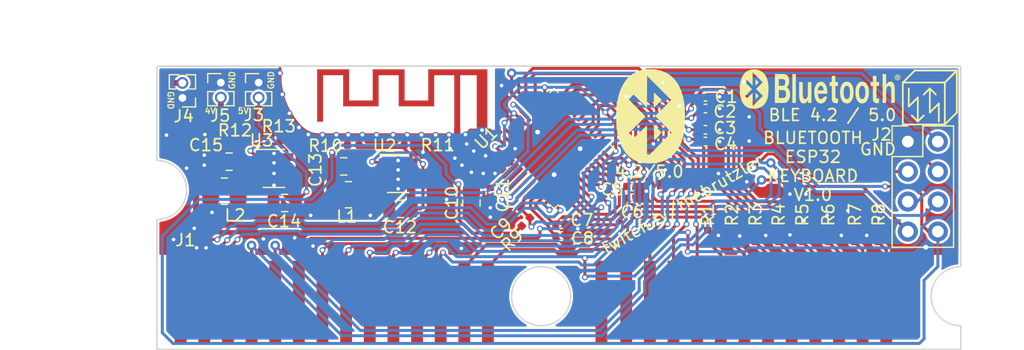
<source format=kicad_pcb>
(kicad_pcb (version 20210424) (generator pcbnew)
  (layers (0 "F.Cu" signal) (31 "B.Cu" signal) (34 "B.Paste" user) (35 "F.Paste" user) (36 "B.SilkS" user "B.Silkscreen") (37 "F.SilkS" user "F.Silkscreen") (38 "B.Mask" user) (39 "F.Mask" user) (44 "Edge.Cuts" user))
  (net 0 "")
  (net 1 "GND")
  (net 2 "Net-(AE1-Pad1)")
  (net 3 "/ADC2_CH9")
  (net 4 "/ADC2_CH8")
  (net 5 "/ADC1_CH7")
  (net 6 "/ADC1_CH6")
  (net 7 "/ADC1_CH3")
  (net 8 "/ADC1_CH2")
  (net 9 "/ADC1_CH1")
  (net 10 "/ADC1_CH0")
  (net 11 "/EN")
  (net 12 "+3V3")
  (net 13 "+5V")
  (net 14 "/TX")
  (net 15 "/C1")
  (net 16 "/C2")
  (net 17 "/C0")
  (net 18 "/C18")
  (net 19 "Net-(L1-Pad1)")
  (net 20 "Net-(R10-Pad2)")
  (net 21 "/C16")
  (net 22 "/C17")
  (net 23 "/C15")
  (net 24 "/C8")
  (net 25 "/C6")
  (net 26 "/C7")
  (net 27 "/C9")
  (net 31 "/C4")
  (net 32 "/C5")
  (net 37 "/C3")
  (net 38 "/C10")
  (net 39 "/C14")
  (net 40 "/C11")
  (net 41 "/C13")
  (net 42 "/C12")
  (net 48 "Net-(J1-Pad20)")
  (net 49 "Net-(J1-Pad21)")
  (net 50 "Net-(J1-Pad22)")
  (net 51 "Net-(J1-Pad23)")
  (net 52 "Net-(J1-Pad24)")
  (net 53 "Net-(J1-Pad25)")
  (net 54 "Net-(J1-Pad26)")
  (net 55 "Net-(J1-Pad27)")
  (net 56 "+4V")
  (net 57 "Net-(L2-Pad1)")
  (net 58 "Net-(R12-Pad2)")
  (footprint "Inductor_SMD:L_0402_1005Metric" (layer "F.Cu") (at 241 79.2 90)
    (fp_text reference "R5")
    (fp_text value "1K")
  )
  (footprint "Capacitor_SMD:C_0402_1005Metric" (layer "F.Cu") (at 216.8 77.2 45)
    (fp_text reference "C9")
    (fp_text value "10n")
  )
  (footprint "Capacitor_SMD:C_0402_1005Metric" (layer "F.Cu") (at 214.6 75.6 -90)
    (fp_text reference "C11")
    (fp_text value "10n")
  )
  (footprint "Capacitor_SMD:C_0402_1005Metric" (layer "F.Cu") (at 226.6 76)
    (fp_text reference "C6")
    (fp_text value "10n")
  )
  (footprint "Inductor_SMD:L_0402_1005Metric" (layer "F.Cu") (at 247.4 79.2 90)
    (fp_text reference "R8")
    (fp_text value "1K")
  )
  (footprint "Capacitor_SMD:C_0402_1005Metric" (layer "F.Cu") (at 232.8 70.2)
    (fp_text reference "C3")
    (fp_text value "10n")
  )
  (footprint "Capacitor_SMD:C_0402_1005Metric" (layer "F.Cu") (at 232.8 68.4)
    (fp_text reference "C2")
    (fp_text value "10n")
  )
  (footprint "Inductor_SMD:L_0402_1005Metric" (layer "F.Cu") (at 237 79.2 90)
    (fp_text reference "R3")
    (fp_text value "1K")
  )
  (footprint "Capacitor_SMD:C_0402_1005Metric" (layer "F.Cu") (at 226.6 75)
    (fp_text reference "C5")
    (fp_text value "10n")
  )
  (footprint "Capacitor_SMD:C_0805_2012Metric" (layer "F.Cu") (at 202.2 73.3)
    (fp_text reference "C13")
    (fp_text value "4µ7")
  )
  (footprint "Capacitor_SMD:C_0402_1005Metric" (layer "F.Cu") (at 232.8 71.2)
    (fp_text reference "C4")
    (fp_text value "10n")
  )
  (footprint "Inductor_SMD:L_0402_1005Metric" (layer "F.Cu") (at 243.2 79.2 90)
    (fp_text reference "R6")
    (fp_text value "1K")
  )
  (footprint "Capacitor_SMD:C_0402_1005Metric" (layer "F.Cu") (at 232.8 67.4)
    (fp_text reference "C1")
    (fp_text value "10n")
  )
  (footprint "Inductor_SMD:L_1008_2520Metric_Pad1.43x2.20mm_HandSolder" (layer "F.Cu") (at 192.1 75.4 180)
    (fp_text reference "L2")
    (fp_text value "L")
  )
  (footprint "Inductor_SMD:L_0402_1005Metric" (layer "F.Cu") (at 197.3 71.1)
    (fp_text reference "R13")
    (fp_text value "100K")
  )
  (footprint "Connector_PinHeader_1.27mm:PinHeader_1x02_P1.27mm_Vertical" (layer "F.Cu") (at 195 66.2)
    (fp_text reference "J3")
    (fp_text value "Conn_01x02_Female")
  )
  (footprint "Connector_PinHeader_1.27mm:PinHeader_1x02_P1.27mm_Vertical" (layer "F.Cu") (at 191.8 66.2)
    (fp_text reference "J5")
    (fp_text value "Conn_01x02_Female")
  )
  (footprint "TheBrutzlers_Lib:SCHWAIGER_ESP_Connector" (layer "F.Cu") (at 188.4 84.8)
    (fp_text reference "J1")
    (fp_text value "Conn_01x27_Female")
    (fp_line (start -2 -0.5) (end -2 -6.5) (layer "Edge.Cuts") (width 0.12))
    (fp_line (start 66 2) (end 66 4) (layer "Edge.Cuts") (width 0.12))
    (fp_line (start -2 -20) (end -2 -12) (layer "Edge.Cuts") (width 0.12))
    (fp_line (start 66 4) (end 39.5 4) (layer "Edge.Cuts") (width 0.12))
    (fp_line (start -2 -7) (end -2 -6.5) (layer "Edge.Cuts") (width 0.12))
    (fp_line (start 29 -20) (end -2 -20) (layer "Edge.Cuts") (width 0.12))
    (fp_line (start 29 -20) (end 41 -20) (layer "Edge.Cuts") (width 0.12))
    (fp_line (start 66 -20) (end 66 -12) (layer "Edge.Cuts") (width 0.12))
    (fp_line (start 25.5 4) (end 39.5 4) (layer "Edge.Cuts") (width 0.12))
    (fp_line (start 66 -5.5) (end 66 -12) (layer "Edge.Cuts") (width 0.12))
    (fp_line (start 41 -20) (end 66 -20) (layer "Edge.Cuts") (width 0.12))
    (fp_line (start 25.5 4) (end -2 4) (layer "Edge.Cuts") (width 0.12))
    (fp_line (start 66 -3) (end 66 -5.5) (layer "Edge.Cuts") (width 0.12))
    (fp_line (start -2 4) (end -2 -0.5) (layer "Edge.Cuts") (width 0.12))
    (fp_arc (start 66 -0.5) (end 66 -3) (angle -180) (layer "Edge.Cuts") (width 0.12))
    (fp_arc (start -2 -9.5) (end -2 -12) (angle 180) (layer "Edge.Cuts") (width 0.12))
    (fp_circle (center 30.5 -0.5) (end 30.5 2) (layer "Edge.Cuts") (width 0.12) (fill none))
  )
  (footprint "Capacitor_SMD:C_0805_2012Metric" (layer "F.Cu") (at 207 76.9 180)
    (fp_text reference "C12")
    (fp_text value "4µ7")
  )
  (footprint "Inductor_SMD:L_0402_1005Metric" (layer "F.Cu") (at 239 79.2 90)
    (fp_text reference "R4")
    (fp_text value "1K")
  )
  (footprint "Inductor_SMD:L_0402_1005Metric" (layer "F.Cu") (at 203 71.5)
    (fp_text reference "R10")
    (fp_text value "430K")
  )
  (footprint "Inductor_SMD:L_0402_1005Metric" (layer "F.Cu") (at 217.6 78 45)
    (fp_text reference "R9")
    (fp_text value "1K")
  )
  (footprint "Inductor_SMD:L_1008_2520Metric_Pad1.43x2.20mm_HandSolder" (layer "F.Cu") (at 202.6 75.7 180)
    (fp_text reference "L1")
    (fp_text value "L")
  )
  (footprint "TheBrutzlers_Lib:bluetooth_6mm" (layer "F.Cu") (at 228.25 69.05)
    (fp_text reference "G***" hide)
    (fp_text value "LOGO" hide)
  )
  (footprint "Capacitor_SMD:C_0402_1005Metric" (layer "F.Cu") (at 220.6 79.2)
    (fp_text reference "C8")
    (fp_text value "10n")
  )
  (footprint "Capacitor_SMD:C_0805_2012Metric" (layer "F.Cu") (at 213 76.4 -90)
    (fp_text reference "C10")
    (fp_text value "4µ7")
  )
  (footprint "Inductor_SMD:L_0402_1005Metric" (layer "F.Cu") (at 193.3 71.3)
    (fp_text reference "R12")
    (fp_text value "590K")
  )
  (footprint "Capacitor_SMD:C_0805_2012Metric" (layer "F.Cu") (at 197.2 76.4 180)
    (fp_text reference "C14")
    (fp_text value "4µ7")
  )
  (footprint "Package_TO_SOT_SMD:SOT-23-6" (layer "F.Cu") (at 206.8 73.9)
    (fp_text reference "U2")
    (fp_text value "MT3420C-mt3420c")
  )
  (footprint "TheBrutzlers_Lib:Symbol_kurzschlussblog" (layer "F.Cu") (at 249.5 69.75)
    (fp_text reference "SM3" hide)
    (fp_text value "SYM_Arrow45_Tiny" hide)
  )
  (footprint "Connector_PinHeader_2.54mm:PinHeader_2x04_P2.54mm_Vertical" (layer "F.Cu") (at 249.925 71.2)
    (fp_text reference "J2")
    (fp_text value "Conn_02x04_Odd_Even")
  )
  (footprint "RF_Antenna:Texas_SWRA117D_2.4GHz_Left" (layer "F.Cu") (at 211.8 70.225)
    (fp_text reference "AE1" hide)
    (fp_text value "Antenna_Shield")
  )
  (footprint "Inductor_SMD:L_0402_1005Metric" (layer "F.Cu") (at 245.4 79.2 90)
    (fp_text reference "R7")
    (fp_text value "1K")
  )
  (footprint "Package_TO_SOT_SMD:SOT-23-6" (layer "F.Cu") (at 196.29 73.47)
    (fp_text reference "U3")
    (fp_text value "MT3420C-mt3420c")
  )
  (footprint "Capacitor_SMD:C_0805_2012Metric" (layer "F.Cu") (at 192.5 72.9)
    (fp_text reference "C15")
    (fp_text value "4µ7")
  )
  (footprint "Inductor_SMD:L_0402_1005Metric" (layer "F.Cu") (at 207.8 71.5)
    (fp_text reference "R11")
    (fp_text value "100K")
  )
  (footprint "Inductor_SMD:L_0402_1005Metric" (layer "F.Cu") (at 233 79.2 90)
    (fp_text reference "R1")
    (fp_text value "1K")
  )
  (footprint "Package_DFN_QFN:QFN-48-1EP_7x7mm_P0.5mm_EP5.3x5.3mm" (layer "F.Cu") (at 220 71.8 45)
    (fp_text reference "U1")
    (fp_text value "ESP32-PICO-D4")
  )
  (footprint "TheBrutzlers_Lib:bluetooth_13_6mm" (layer "F.Cu") (at 242.5 66.75)
    (fp_text reference "G***" hide)
    (fp_text value "LOGO" hide)
  )
  (footprint "Connector_PinHeader_1.27mm:PinHeader_1x02_P1.27mm_Vertical" (layer "F.Cu") (at 188.55 67.5 180)
    (fp_text reference "J4")
    (fp_text value "Conn_01x02_Female")
  )
  (footprint "Capacitor_SMD:C_0402_1005Metric" (layer "F.Cu") (at 220.6 78.2)
    (fp_text reference "C7")
    (fp_text value "10n")
  )
  (footprint "Inductor_SMD:L_0402_1005Metric" (layer "F.Cu") (at 235 79.2 90)
    (fp_text reference "R2")
    (fp_text value "1K")
  )
  (gr_text "twitch.tv/thebrutzler" (at 230.85 76.5 30) (layer "F.SilkS") (effects (font (size 1 1))))
  (gr_text "4.2/5.0" (at 228.05 73.75) (layer "F.SilkS") (effects (font (size 1 1))))
  (gr_text "GND\n" (at 196.05 66 90) (layer "F.SilkS") (effects (font (size 0.5 0.5) (thickness 0.1))))
  (gr_text "BLE 4.2 / 5.0" (at 243.55 68.95) (layer "F.SilkS") (effects (font (size 1 1))))
  (gr_text "GND\n" (at 192.75 66 90) (layer "F.SilkS") (effects (font (size 0.5 0.5) (thickness 0.1))))
  (gr_text "\n5V" (at 193.7 68.2) (layer "F.SilkS") (effects (font (size 0.5 0.5) (thickness 0.1))))
  (gr_text "GND" (at 247.4 71.85) (layer "F.SilkS") (effects (font (size 1 1))))
  (gr_text "GND\n" (at 187.55 67.7 270) (layer "F.SilkS") (effects (font (size 0.5 0.5) (thickness 0.1))))
  (gr_text "\n4V" (at 190.9 68.2) (layer "F.SilkS") (effects (font (size 0.5 0.5) (thickness 0.1))))
  (gr_text "BLUETOOTH\nESP32\nKEYBOARD\nV1.0" (at 241.9 73.3) (layer "F.SilkS") (effects (font (size 1 1))))
  (segment (start 222 78.5779) (end 222 78.64) (width 0.25) (layer "F.Cu") (net 1))
  (segment (start 216.460589 77.539411) (end 216.4 77.6) (width 0.25) (layer "F.Cu") (net 1))
  (segment (start 194.02 73.47) (end 193.45 72.9) (width 0.7) (layer "F.Cu") (net 1))
  (segment (start 206.8 73.9) (end 206.8 72.8) (width 0.7) (layer "F.Cu") (net 1))
  (segment (start 213.9 70.225) (end 212.900684 70.225) (width 0.25) (layer "F.Cu") (net 1))
  (segment (start 233.987534 70.2) (end 233.993767 70.206233) (width 0.25) (layer "F.Cu") (net 1))
  (segment (start 199.971751 70.624101) (end 199.694165 70.587556) (width 0.25) (layer "F.Cu") (net 1))
  (segment (start 200.397917 70.624101) (end 199.971751 70.624101) (width 0.25) (layer "F.Cu") (net 1))
  (segment (start 203.773816 70.626184) (end 202.573816 70.626184) (width 0.25) (layer "F.Cu") (net 1))
  (segment (start 208.285 71.5) (end 208.3 71.5) (width 0.25) (layer "F.Cu") (net 1))
  (segment (start 206.8 75.4) (end 206.05 76.15) (width 0.7) (layer "F.Cu") (net 1))
  (segment (start 199.423724 70.515092) (end 199.165055 70.407948) (width 0.25) (layer "F.Cu") (net 1))
  (segment (start 221.6221 78.2) (end 221.08 78.2) (width 0.25) (layer "F.Cu") (net 1))
  (segment (start 221.44 79.2) (end 221.08 79.2) (width 0.25) (layer "F.Cu") (net 1))
  (segment (start 205.7 73.9) (end 203.75 73.9) (width 0.7) (layer "F.Cu") (net 1))
  (segment (start 222 78.64) (end 221.44 79.2) (width 0.25) (layer "F.Cu") (net 1))
  (segment (start 214.6 76.08) (end 214.6 76.8) (width 0.25) (layer "F.Cu") (net 1))
  (segment (start 233.28 70.2) (end 233.987534 70.2) (width 0.25) (layer "F.Cu") (net 1))
  (segment (start 206.373816 70.626184) (end 204.973816 70.626184) (width 0.25) (layer "F.Cu") (net 1))
  (segment (start 195.19 73.47) (end 196.17 73.47) (width 0.7) (layer "F.Cu") (net 1))
  (segment (start 209.973816 70.626184) (end 208.773816 70.626184) (width 0.25) (layer "F.Cu") (net 1))
  (segment (start 204.973816 70.626184) (end 203.773816 70.626184) (width 0.25) (layer "F.Cu") (net 1))
  (segment (start 199.694165 70.587556) (end 199.423724 70.515092) (width 0.25) (layer "F.Cu") (net 1))
  (segment (start 227.200011 76) (end 227.800011 75.4) (width 0.25) (layer "F.Cu") (net 1))
  (segment (start 212.900684 70.225) (end 212.4995 70.626184) (width 0.25) (layer "F.Cu") (net 1))
  (segment (start 233.28 71.2) (end 234 71.2) (width 0.25) (layer "F.Cu") (net 1))
  (segment (start 214.575 70.225) (end 214.7 70.35) (width 0.25) (layer "F.Cu") (net 1))
  (segment (start 196.17 73.47) (end 196.3 73.6) (width 0.7) (layer "F.Cu") (net 1))
  (segment (start 196.3 72.2) (end 196.3 73) (width 0.7) (layer "F.Cu") (net 1))
  (segment (start 208.773816 70.626184) (end 207.573816 70.626184) (width 0.25) (layer "F.Cu") (net 1))
  (segment (start 196.3 73.6) (end 196.3 76.35) (width 0.7) (layer "F.Cu") (net 1))
  (segment (start 199.165055 70.407948) (end 198.922585 70.267957) (width 0.25) (layer "F.Cu") (net 1))
  (segment (start 233.28 68.4) (end 234 68.4) (width 0.25) (layer "F.Cu") (net 1))
  (segment (start 205.7 73.9) (end 206.8 73.9) (width 0.7) (layer "F.Cu") (net 1))
  (segment (start 203.75 73.9) (end 203.15 73.3) (width 0.7) (layer "F.Cu") (net 1))
  (segment (start 227.400011 75) (end 227.800011 75.4) (width 0.25) (layer "F.Cu") (net 1))
  (segment (start 211.1005 70.626184) (end 209.973816 70.626184) (width 0.25) (layer "F.Cu") (net 1))
  (segment (start 216.4 77.6) (end 214.6 77.6) (width 0.25) (layer "F.Cu") (net 1))
  (segment (start 196.3 73) (end 196.3 73.6) (width 0.7) (layer "F.Cu") (net 1))
  (segment (start 196.3 76.35) (end 196.25 76.4) (width 0.7) (layer "F.Cu") (net 1))
  (segment (start 233.28 67.4) (end 234 67.4) (width 0.25) (layer "F.Cu") (net 1))
  (segment (start 198.922585 70.267957) (end 198.700461 70.097515) (width 0.25) (layer "F.Cu") (net 1))
  (segment (start 227.08 75) (end 227.400011 75) (width 0.25) (layer "F.Cu") (net 1))
  (segment (start 202.573816 70.626184) (end 201.573816 70.626184) (width 0.25) (layer "F.Cu") (net 1))
  (segment (start 214.7 70.35) (end 214.5 70.55) (width 0.25) (layer "F.Cu") (net 1))
  (segment (start 213.9 70.225) (end 214.575 70.225) (width 0.25) (layer "F.Cu") (net 1))
  (segment (start 195.19 73.47) (end 194.02 73.47) (width 0.7) (layer "F.Cu") (net 1))
  (segment (start 201.573816 70.626184) (end 200.4 70.626184) (width 0.25) (layer "F.Cu") (net 1))
  (segment (start 196.8 65.654416) (end 196.8 65.4) (width 0.25) (layer "F.Cu") (net 1))
  (segment (start 227.08 76) (end 227.200011 76) (width 0.25) (layer "F.Cu") (net 1))
  (segment (start 206.8 75.2) (end 206.8 75.4) (width 0.7) (layer "F.Cu") (net 1))
  (segment (start 208.3 71.5) (end 208.9 72.1) (width 0.25) (layer "F.Cu") (net 1))
  (segment (start 213 77.35) (end 214.35 77.35) (width 0.25) (layer "F.Cu") (net 1))
  (segment (start 198.700461 70.097515) (end 198.6 70) (width 0.25) (layer "F.Cu") (net 1))
  (segment (start 206.8 75.2) (end 206.8 73.9) (width 0.7) (layer "F.Cu") (net 1))
  (segment (start 196.8 65.4) (end 196.8 65) (width 0.25) (layer "F.Cu") (net 1))
  (segment (start 206.05 76.15) (end 206.05 76.9) (width 0.7) (layer "F.Cu") (net 1))
  (segment (start 214.5 70.55) (end 213.2 70.55) (width 0.5) (layer "F.Cu") (net 1))
  (segment (start 200.4 70.626184) (end 200.397917 70.624101) (width 0.25) (layer "F.Cu") (net 1))
  (segment (start 214.35 77.35) (end 214.6 77.6) (width 0.25) (layer "F.Cu") (net 1))
  (segment (start 207.573816 70.626184) (end 206.373816 70.626184) (width 0.25) (layer "F.Cu") (net 1))
  (segment (start 222 78.5779) (end 221.6221 78.2) (width 0.25) (layer "F.Cu") (net 1))
  (via (at 214.6 76.8) (size 0.5) (drill 0.3) (layers "F.Cu" "B.Cu") (net 1))
  (via (at 206.8 73.6) (size 0.5) (drill 0.3) (layers "F.Cu" "B.Cu") (net 1))
  (via (at 239.95 79.1) (size 0.5) (drill 0.3) (layers "F.Cu" "B.Cu") (net 1))
  (via (at 236.5 69.1) (size 0.5) (drill 0.3) (layers "F.Cu" "B.Cu") (net 1))
  (via (at 213 73.8) (size 0.5) (drill 0.3) (layers "F.Cu" "B.Cu") (net 1))
  (via (at 212.6 71.4) (size 0.5) (drill 0.3) (layers "F.Cu" "B.Cu") (net 1))
  (via (at 215.55 66.45) (size 0.5) (drill 0.3) (layers "F.Cu" "B.Cu") (net 1))
  (via (at 233.9 73.9) (size 0.5) (drill 0.3) (layers "F.Cu" "B.Cu") (net 1))
  (via (at 203.773816 70.626184) (size 0.5) (drill 0.3) (layers "F.Cu" "B.Cu") (net 1))
  (via (at 190.4 73.2) (size 0.5) (drill 0.3) (layers "F.Cu" "B.Cu") (net 1))
  (via (at 191.05 77.2) (size 0.5) (drill 0.3) (layers "F.Cu" "B.Cu") (net 1))
  (via (at 220 74) (size 0.8) (drill 0.4) (layers "F.Cu" "B.Cu") (net 1))
  (via (at 241.3 75.65) (size 0.5) (drill 0.3) (layers "F.Cu" "B.Cu") (net 1))
  (via (at 200.4 70.626184) (size 0.5) (drill 0.3) (layers "F.Cu" "B.Cu") (net 1))
  (via (at 241.15 77.9) (size 0.5) (drill 0.3) (layers "F.Cu" "B.Cu") (net 1))
  (via (at 206.8 74.4) (size 0.5) (drill 0.3) (layers "F.Cu" "B.Cu") (net 1))
  (via (at 207.573816 70.626184) (size 0.5) (drill 0.3) (layers "F.Cu" "B.Cu") (net 1))
  (via (at 206.8 72.8) (size 0.5) (drill 0.3) (layers "F.Cu" "B.Cu") (net 1))
  (via (at 189.55 78.55) (size 0.5) (drill 0.3) (layers "F.Cu" "B.Cu") (net 1))
  (via (at 196.8 65.4) (size 0.5) (drill 0.3) (layers "F.Cu" "B.Cu") (net 1))
  (via (at 235.7 79.2) (size 0.5) (drill 0.3) (layers "F.Cu" "B.Cu") (net 1))
  (via (at 199.4 77.45) (size 0.5) (drill 0.3) (layers "F.Cu" "B.Cu") (net 1))
  (via (at 234 67.4) (size 0.5) (drill 0.3) (layers "F.Cu" "B.Cu") (net 1))
  (via (at 196.3 73) (size 0.5) (drill 0.3) (layers "F.Cu" "B.Cu") (net 1))
  (via (at 236.1 66.15) (size 0.5) (drill 0.3) (layers "F.Cu" "B.Cu") (net 1))
  (via (at 214 73.8995) (size 0.5) (drill 0.3) (layers "F.Cu" "B.Cu") (net 1))
  (via (at 215 73.8995) (size 0.5) (drill 0.3) (layers "F.Cu" "B.Cu") (net 1))
  (via (at 202.573816 70.626184) (size 0.5) (drill 0.3) (layers "F.Cu" "B.Cu") (net 1))
  (via (at 213.2 72) (size 0.5) (drill 0.3) (layers "F.Cu" "B.Cu") (net 1))
  (via (at 188.9 73.45) (size 0.5) (drill 0.3) (layers "F.Cu" "B.Cu") (net 1))
  (via (at 214.6 77.6) (size 0.5) (drill 0.3) (layers "F.Cu" "B.Cu") (net 1))
  (via (at 198.4 70) (size 0.5) (drill 0.3) (layers "F.Cu" "B.Cu") (net 1))
  (via (at 199.2 70.6) (size 0.5) (drill 0.3) (layers "F.Cu" "B.Cu") (net 1))
  (via (at 212.2 73.2) (size 0.5) (drill 0.3) (layers "F.Cu" "B.Cu") (net 1))
  (via (at 211.1005 70.626184) (size 0.5) (drill 0.3) (layers "F.Cu" "B.Cu") (net 1))
  (via (at 196.3 73.9) (size 0.5) (drill 0.3) (layers "F.Cu" "B.Cu") (net 1))
  (via (at 190.4 72.35) (size 0.5) (drill 0.3) (layers "F.Cu" "B.Cu") (net 1))
  (via (at 198.05 79.35) (size 0.5) (drill 0.3) (layers "F.Cu" "B.Cu") (net 1))
  (via (at 229.2 66.2) (size 0.5) (drill 0.3) (layers "F.Cu" "B.Cu") (net 1))
  (via (at 196.3 74.9) (size 0.5) (drill 0.3) (layers "F.Cu" "B.Cu") (net 1))
  (via (at 196.3 72.2) (size 0.5) (drill 0.3) (layers "F.Cu" "B.Cu") (net 1))
  (via (at 212.15 80.25) (size 0.5) (drill 0.3) (layers "F.Cu" "B.Cu") (net 1))
  (via (at 244.85 77.05) (size 0.5) (drill 0.3) (layers "F.Cu" "B.Cu") (net 1))
  (via (at 233.993767 70.206233) (size 0.5) (drill 0.3) (layers "F.Cu" "B.Cu") (net 1))
  (via (at 190.45 70.6) (size 0.5) (drill 0.3) (layers "F.Cu" "B.Cu") (net 1))
  (via (at 214.2 72.400008) (size 0.5) (drill 0.3) (layers "F.Cu" "B.Cu") (net 1))
  (via (at 234 68.4) (size 0.5) (drill 0.3) (layers "F.Cu" "B.Cu") (net 1))
  (via (at 211.2 71.8) (size 0.5) (drill 0.3) (layers "F.Cu" "B.Cu") (net 1))
  (via (at 212.4995 70.6) (size 0.5) (drill 0.3) (layers "F.Cu" "B.Cu") (net 1))
  (via (at 209.973816 70.626184) (size 0.5) (drill 0.3) (layers "F.Cu" "B.Cu") (net 1))
  (via (at 228.4 71.4) (size 0.5) (drill 0.3) (layers "F.Cu" "B.Cu") (net 1))
  (via (at 226.1 67.4) (size 0.5) (drill 0.3) (layers "F.Cu" "B.Cu") (net 1))
  (via (at 206.373816 70.626184) (size 0.5) (drill 0.3) (layers "F.Cu" "B.Cu") (net 1))
  (via (at 246.45 79.15) (size 0.5) (drill 0.3) (layers "F.Cu" "B.Cu") (net 1))
  (via (at 197 67.2) (size 0.5) (drill 0.3) (layers "F.Cu" "B.Cu") (net 1))
  (via (at 243.1 77.45) (size 0.5) (drill 0.3) (layers "F.Cu" "B.Cu") (net 1))
  (via (at 247.45 77.7) (size 0.5) (drill 0.3) (layers "F.Cu" "B.Cu") (net 1))
  (via (at 251.45 80.15) (size 0.8) (drill 0.4) (layers "F.Cu" "B.Cu") (net 1))
  (via (at 197.6 68.8) (size 0.5) (drill 0.3) (layers "F.Cu" "B.Cu") (net 1))
  (via (at 187.2 70.65) (size 0.5) (drill 0.3) (layers "F.Cu" "B.Cu") (net 1))
  (via (at 218.6 70.4) (size 0.8) (drill 0.4) (layers "F.Cu" "B.Cu") (net 1))
  (via (at 227.800011 75.4) (size 0.5) (drill 0.3) (layers "F.Cu" "B.Cu") (net 1))
  (via (at 206.8 75.2) (size 0.5) (drill 0.3) (layers "F.Cu" "B.Cu") (net 1))
  (via (at 216.7 71.8) (size 0.5) (drill 0.3) (layers "F.Cu" "B.Cu") (net 1))
  (via (at 189.75 80.2) (size 0.5) (drill 0.3) (layers "F.Cu" "B.Cu") (net 1))
  (via (at 195.4 79.45) (size 0.5) (drill 0.3) (layers "F.Cu" "B.Cu") (net 1))
  (via (at 190.55 80.2) (size 0.5) (drill 0.3) (layers "F.Cu" "B.Cu") (net 1))
  (via (at 208.773816 70.626184) (size 0.5) (drill 0.3) (layers "F.Cu" "B.Cu") (net 1))
  (via (at 244.3 79.15) (size 0.5) (drill 0.3) (layers "F.Cu" "B.Cu") (net 1))
  (via (at 187.8 79.5) (size 0.5) (drill 0.3) (layers "F.Cu" "B.Cu") (net 1))
  (via (at 201.573816 70.626184) (size 0.5) (drill 0.3) (layers "F.Cu" "B.Cu") (net 1))
  (via (at 236.5 71.15) (size 0.5) (drill 0.3) (layers "F.Cu" "B.Cu") (net 1))
  (via (at 211.6 72.6) (size 0.5) (drill 0.3) (layers "F.Cu" "B.Cu") (net 1))
  (via (at 222.2 71.8) (size 0.8) (drill 0.4) (layers "F.Cu" "B.Cu") (net 1))
  (via (at 204.973816 70.626184) (size 0.5) (drill 0.3) (layers "F.Cu" "B.Cu") (net 1))
  (via (at 229.4 73.6) (size 0.5) (drill 0.3) (layers "F.Cu" "B.Cu") (net 1))
  (via (at 237.9 79.15) (size 0.5) (drill 0.3) (layers "F.Cu" "B.Cu") (net 1))
  (via (at 208.9 72.1) (size 0.5) (drill 0.3) (layers "F.Cu" "B.Cu") (net 1))
  (via (at 230.6 68.2) (size 0.5) (drill 0.3) (layers "F.Cu" "B.Cu") (net 1))
  (via (at 236.3 74.6) (size 0.5) (drill 0.3) (layers "F.Cu" "B.Cu") (net 1))
  (via (at 233.9 79.15) (size 0.5) (drill 0.3) (layers "F.Cu" "B.Cu") (net 1))
  (via (at 199.6 80.05) (size 0.5) (drill 0.3) (layers "F.Cu" "B.Cu") (net 1))
  (via (at 204.45 77.45) (size 0.5) (drill 0.3) (layers "F.Cu" "B.Cu") (net 1))
  (via (at 210.9 76.1) (size 0.5) (drill 0.3) (layers "F.Cu" "B.Cu") (net 1))
  (via (at 239.95 75.65) (size 0.5) (drill 0.3) (layers "F.Cu" "B.Cu") (net 1))
  (via (at 234 71.2) (size 0.5) (drill 0.3) (layers "F.Cu" "B.Cu") (net 1))
  (via (at 222 78.5779) (size 0.5) (drill 0.3) (layers "F.Cu" "B.Cu") (net 1))
  (arc (start 198.6 70) (mid 197.267805 68.00623) (end 196.8 65.654416) (width 0.25) (layer "F.Cu") (net 1))
  (segment (start 212.4995 71.2995) (end 212.6 71.4) (width 0.25) (layer "B.Cu") (net 1))
  (segment (start 211.1005 70.626184) (end 212.4995 70.626184) (width 0.25) (layer "B.Cu") (net 1))
  (segment (start 212.4995 70.626184) (end 212.4995 71.2995) (width 0.25) (layer "B.Cu") (net 1))
  (segment (start 215.969491 72.648528) (end 215.951472 72.648528) (width 0.25) (layer "F.Cu") (net 2))
  (segment (start 211.8 71.234315) (end 211.8 70.225) (width 0.5) (layer "F.Cu") (net 2))
  (segment (start 215.951472 72.648528) (end 215.522193 73.077807) (width 0.25) (layer "F.Cu") (net 2))
  (segment (start 215.227193 73.2) (end 213.8 73.2) (width 0.5) (layer "F.Cu") (net 2))
  (segment (start 212.775736 72.775736) (end 212.2 72.2) (width 0.5) (layer "F.Cu") (net 2))
  (arc (start 212.2 72.2) (mid 211.903957 71.756941) (end 211.8 71.234315) (width 0.5) (layer "F.Cu") (net 2))
  (arc (start 213.8 73.2) (mid 213.245672 73.089737) (end 212.775736 72.775736) (width 0.5) (layer "F.Cu") (net 2))
  (arc (start 215.522193 73.077807) (mid 215.386846 73.168243) (end 215.227193 73.2) (width 0.5) (layer "F.Cu") (net 2))
  (segment (start 235.279443 76.972591) (end 235.329719 76.972591) (width 0.25) (layer "F.Cu") (net 3))
  (segment (start 236.452609 78.09548) (end 238.38048 78.09548) (width 0.25) (layer "F.Cu") (net 3))
  (segment (start 226.12 74.986) (end 226.74052 74.36548) (width 0.25) (layer "F.Cu") (net 3))
  (segment (start 221.202082 75.476955) (end 223.075607 77.35048) (width 0.25) (layer "F.Cu") (net 3))
  (segment (start 228.374511 75.901728) (end 228.724223 76.25144) (width 0.25) (layer "F.Cu") (net 3))
  (segment (start 226.74052 74.36548) (end 228.03452 74.36548) (width 0.25) (layer "F.Cu") (net 3))
  (segment (start 235.329719 76.972591) (end 236.452609 78.09548) (width 0.25) (layer "F.Cu") (net 3))
  (segment (start 223.075607 77.35048) (end 224.757923 77.35048) (width 0.25) (layer "F.Cu") (net 3))
  (segment (start 225.51548 76.592923) (end 225.51548 75.60452) (width 0.25) (layer "F.Cu") (net 3))
  (segment (start 226.12 75) (end 226.12 74.986) (width 0.25) (layer "F.Cu") (net 3))
  (segment (start 228.374511 74.705471) (end 228.374511 75.901728) (width 0.25) (layer "F.Cu") (net 3))
  (segment (start 228.724223 76.25144) (end 234.558291 76.25144) (width 0.25) (layer "F.Cu") (net 3))
  (segment (start 225.51548 75.60452) (end 226.12 75) (width 0.25) (layer "F.Cu") (net 3))
  (segment (start 224.757923 77.35048) (end 225.51548 76.592923) (width 0.25) (layer "F.Cu") (net 3))
  (segment (start 238.38048 78.09548) (end 239 78.715) (width 0.25) (layer "F.Cu") (net 3))
  (segment (start 228.03452 74.36548) (end 228.374511 74.705471) (width 0.25) (layer "F.Cu") (net 3))
  (segment (start 234.558291 76.25144) (end 235.279443 76.972591) (width 0.25) (layer "F.Cu") (net 3))
  (segment (start 235.143522 77.422111) (end 235.093246 77.422111) (width 0.25) (layer "F.Cu") (net 4))
  (segment (start 234.372094 76.70096) (end 226.80696 76.70096) (width 0.25) (layer "F.Cu") (net 4))
  (segment (start 236.436411 78.715) (end 235.143522 77.422111) (width 0.25) (layer "F.Cu") (net 4))
  (segment (start 222.818019 77.8) (end 220.848528 75.830509) (width 0.25) (layer "F.Cu") (net 4))
  (segment (start 237 78.715) (end 236.436411 78.715) (width 0.25) (layer "F.Cu") (net 4))
  (segment (start 224.944121 77.8) (end 222.818019 77.8) (width 0.25) (layer "F.Cu") (net 4))
  (segment (start 226 76.12) (end 226 76.744121) (width 0.25) (layer "F.Cu") (net 4))
  (segment (start 226.12 76.014) (end 226.12 76) (width 0.25) (layer "F.Cu") (net 4))
  (segment (start 226.12 76) (end 226 76.12) (width 0.25) (layer "F.Cu") (net 4))
  (segment (start 226.80696 76.70096) (end 226.12 76.014) (width 0.25) (layer "F.Cu") (net 4))
  (segment (start 235.093246 77.422111) (end 234.372094 76.70096) (width 0.25) (layer "F.Cu") (net 4))
  (segment (start 226 76.744121) (end 224.944121 77.8) (width 0.25) (layer "F.Cu") (net 4))
  (segment (start 235 77.964583) (end 235 78.715) (width 0.25) (layer "F.Cu") (net 5))
  (segment (start 234.185897 77.15048) (end 235 77.964583) (width 0.25) (layer "F.Cu") (net 5))
  (segment (start 218.44952 76.651774) (end 219.997746 78.2) (width 0.25) (layer "F.Cu") (net 5))
  (segment (start 220.12 78.186) (end 220.74052 77.56548) (width 0.25) (layer "F.Cu") (net 5))
  (segment (start 220.12 78.2) (end 220.12 78.186) (width 0.25) (layer "F.Cu") (net 5))
  (segment (start 225.667303 77.712536) (end 226.229359 77.15048) (width 0.25) (layer "F.Cu") (net 5))
  (segment (start 219.997746 78.2) (end 220.12 78.2) (width 0.25) (layer "F.Cu") (net 5))
  (segment (start 220.74052 77.56548) (end 221.947781 77.56548) (width 0.25) (layer "F.Cu") (net 5))
  (segment (start 225.667303 77.932697) (end 225.667303 77.712536) (width 0.25) (layer "F.Cu") (net 5))
  (segment (start 226.229359 77.15048) (end 234.185897 77.15048) (width 0.25) (layer "F.Cu") (net 5))
  (segment (start 221.947781 77.56548) (end 222.631821 78.24952) (width 0.25) (layer "F.Cu") (net 5))
  (segment (start 218.44952 76.532461) (end 218.44952 76.651774) (width 0.25) (layer "F.Cu") (net 5))
  (segment (start 222.631821 78.24952) (end 225.35048 78.24952) (width 0.25) (layer "F.Cu") (net 5))
  (segment (start 225.35048 78.24952) (end 225.667303 77.932697) (width 0.25) (layer "F.Cu") (net 5))
  (segment (start 219.151472 75.830509) (end 218.44952 76.532461) (width 0.25) (layer "F.Cu") (net 5))
  (segment (start 221.441197 79.83452) (end 221.824277 79.45144) (width 0.25) (layer "F.Cu") (net 6))
  (segment (start 220.12 79.174) (end 219.51548 78.56948) (width 0.25) (layer "F.Cu") (net 6))
  (segment (start 220.74052 79.83452) (end 221.441197 79.83452) (width 0.25) (layer "F.Cu") (net 6))
  (segment (start 233 78) (end 233 78.715) (width 0.25) (layer "F.Cu") (net 6))
  (segment (start 219.51548 78.56948) (end 219.51548 78.353452) (width 0.25) (layer "F.Cu") (net 6))
  (segment (start 221.824277 79.45144) (end 224.948561 79.45144) (width 0.25) (layer "F.Cu") (net 6))
  (segment (start 218.758763 75.476955) (end 218.797918 75.476955) (width 0.25) (layer "F.Cu") (net 6))
  (segment (start 218 76.235718) (end 218.758763 75.476955) (width 0.25) (layer "F.Cu") (net 6))
  (segment (start 226.800001 77.6) (end 232.6 77.6) (width 0.25) (layer "F.Cu") (net 6))
  (segment (start 220.12 79.2) (end 220.12 79.174) (width 0.25) (layer "F.Cu") (net 6))
  (segment (start 220.12 79.214) (end 220.74052 79.83452) (width 0.25) (layer "F.Cu") (net 6))
  (segment (start 218 76.837972) (end 218 76.235718) (width 0.25) (layer "F.Cu") (net 6))
  (segment (start 232.6 77.6) (end 233 78) (width 0.25) (layer "F.Cu") (net 6))
  (segment (start 224.948561 79.45144) (end 226.800001 77.6) (width 0.25) (layer "F.Cu") (net 6))
  (segment (start 219.51548 78.353452) (end 218 76.837972) (width 0.25) (layer "F.Cu") (net 6))
  (segment (start 220.12 79.2) (end 220.12 79.214) (width 0.25) (layer "F.Cu") (net 6))
  (segment (start 216.539135 76.482023) (end 216.83788 76.183278) (width 0.25) (layer "F.Cu") (net 7))
  (segment (start 235.515917 76.523071) (end 236.638806 77.64596) (width 0.25) (layer "F.Cu") (net 7))
  (segment (start 239.93096 77.64596) (end 241 78.715) (width 0.25) (layer "F.Cu") (net 7))
  (segment (start 216.83788 76.02278) (end 218.090812 74.769848) (width 0.25) (layer "F.Cu") (net 7))
  (segment (start 232.64952 73.706951) (end 235.46564 76.523071) (width 0.25) (layer "F.Cu") (net 7))
  (segment (start 215.987603 76.482023) (end 216.539135 76.482023) (width 0.25) (layer "F.Cu") (net 7))
  (segment (start 232.12 71) (end 232.32 71.2) (width 0.25) (layer "F.Cu") (net 7))
  (segment (start 216.83788 76.183278) (end 216.83788 76.02278) (width 0.25) (layer "F.Cu") (net 7))
  (segment (start 215.594216 76.111316) (end 215.667785 76.037747) (width 0.25) (layer "F.Cu") (net 7))
  (segment (start 232.32 71.2) (end 232.32 71.391436) (width 0.25) (layer "F.Cu") (net 7))
  (segment (start 231.4 71) (end 232.12 71) (width 0.25) (layer "F.Cu") (net 7))
  (segment (start 232.32 71.2) (end 232.64952 71.52952) (width 0.25) (layer "F.Cu") (net 7))
  (segment (start 215.688858 76.183278) (end 215.987603 76.482023) (width 0.25) (layer "F.Cu") (net 7))
  (segment (start 215.688858 76.037747) (end 215.688858 76.183278) (width 0.25) (layer "F.Cu") (net 7))
  (segment (start 235.46564 76.523071) (end 235.515917 76.523071) (width 0.25) (layer "F.Cu") (net 7))
  (segment (start 232.64952 71.52952) (end 232.64952 73.706951) (width 0.25) (layer "F.Cu") (net 7))
  (segment (start 215.667785 76.037747) (end 215.688858 76.037747) (width 0.25) (layer "F.Cu") (net 7))
  (segment (start 236.638806 77.64596) (end 239.93096 77.64596) (width 0.25) (layer "F.Cu") (net 7))
  (via (at 215.594216 76.111316) (size 0.5) (drill 0.3) (layers "F.Cu" "B.Cu") (net 7))
  (via (at 231.4 71) (size 0.5) (drill 0.3) (layers "F.Cu" "B.Cu") (net 7))
  (segment (start 225.75403 70.14856) (end 230.498283 70.14856) (width 0.25) (layer "B.Cu") (net 7))
  (segment (start 222.15048 70.64952) (end 225.253071 70.64952) (width 0.25) (layer "B.Cu") (net 7))
  (segment (start 215.688858 76.183278) (end 215.987603 76.482023) (width 0.25) (layer "B.Cu") (net 7))
  (segment (start 230.999243 70.64952) (end 231.349723 71) (width 0.25) (layer "B.Cu") (net 7))
  (segment (start 216.84952 76.171638) (end 216.84952 75.95048) (width 0.25) (layer "B.Cu") (net 7))
  (segment (start 215.688858 76.016674) (end 215.688858 76.183278) (width 0.25) (layer "B.Cu") (net 7))
  (segment (start 216.84952 75.95048) (end 222.15048 70.64952) (width 0.25) (layer "B.Cu") (net 7))
  (segment (start 230.498283 70.14856) (end 230.999243 70.64952) (width 0.25) (layer "B.Cu") (net 7))
  (segment (start 225.253071 70.64952) (end 225.75403 70.14856) (width 0.25) (layer "B.Cu") (net 7))
  (segment (start 215.987603 76.482023) (end 216.539135 76.482023) (width 0.25) (layer "B.Cu") (net 7))
  (segment (start 231.349723 71) (end 231.4 71) (width 0.25) (layer "B.Cu") (net 7))
  (segment (start 215.594216 76.111316) (end 215.688858 76.016674) (width 0.25) (layer "B.Cu") (net 7))
  (segment (start 216.539135 76.482023) (end 216.84952 76.171638) (width 0.25) (layer "B.Cu") (net 7))
  (segment (start 216.373393 75.797488) (end 216.373393 75.78016) (width 0.25) (layer "F.Cu") (net 8))
  (segment (start 232.32 70.2) (end 232.32 70.186) (width 0.25) (layer "F.Cu") (net 8))
  (segment (start 241.68144 77.19644) (end 243.2 78.715) (width 0.25) (layer "F.Cu") (net 8))
  (segment (start 232.94052 69.56548) (end 234.16548 69.56548) (width 0.25) (layer "F.Cu") (net 8))
  (segment (start 234.75048 75.172193) (end 235.651838 76.073551) (width 0.25) (layer "F.Cu") (net 8))
  (segment (start 234.16548 69.56548) (end 234.75048 70.15048) (width 0.25) (layer "F.Cu") (net 8))
  (segment (start 232.32 70.186) (end 232.94052 69.56548) (width 0.25) (layer "F.Cu") (net 8))
  (segment (start 234.75048 70.15048) (end 234.75048 75.172193) (width 0.25) (layer "F.Cu") (net 8))
  (segment (start 236.825004 77.19644) (end 241.68144 77.19644) (width 0.25) (layer "F.Cu") (net 8))
  (segment (start 235.651838 76.073551) (end 235.702115 76.073551) (width 0.25) (layer "F.Cu") (net 8))
  (segment (start 235.702115 76.073551) (end 236.825004 77.19644) (width 0.25) (layer "F.Cu") (net 8))
  (segment (start 216.373393 75.78016) (end 217.737258 74.416295) (width 0.25) (layer "F.Cu") (net 8))
  (segment (start 216.263369 75.907512) (end 216.373393 75.797488) (width 0.25) (layer "F.Cu") (net 8))
  (segment (start 231.4 70.2) (end 232.32 70.2) (width 0.25) (layer "F.Cu") (net 8))
  (via (at 216.263369 75.907512) (size 0.5) (drill 0.3) (layers "F.Cu" "B.Cu") (net 8))
  (via (at 231.4 70.2) (size 0.5) (drill 0.3) (layers "F.Cu" "B.Cu") (net 8))
  (segment (start 216.4 75.770881) (end 216.4 75.764283) (width 0.25) (layer "B.Cu") (net 8))
  (segment (start 216.263369 75.907512) (end 216.4 75.770881) (width 0.25) (layer "B.Cu") (net 8))
  (segment (start 216.4 75.764283) (end 221.964282 70.2) (width 0.25) (layer "B.Cu") (net 8))
  (segment (start 225.066873 70.2) (end 221.964282 70.2) (width 0.25) (layer "B.Cu") (net 8))
  (segment (start 225.567833 69.69904) (end 225.066873 70.2) (width 0.25) (layer "B.Cu") (net 8))
  (segment (start 224.564282 70.2) (end 221.964282 70.2) (width 0.25) (layer "B.Cu") (net 8))
  (segment (start 230.89904 69.69904) (end 225.567833 69.69904) (width 0.25) (layer "B.Cu") (net 8))
  (segment (start 231.4 70.2) (end 230.89904 69.69904) (width 0.25) (layer "B.Cu") (net 8))
  (segment (start 233.02196 69.11596) (end 234.51596 69.11596) (width 0.25) (layer "F.Cu") (net 9))
  (segment (start 216.018517 75.252264) (end 216.200655 75.252264) (width 0.25) (layer "F.Cu") (net 9))
  (segment (start 243.43192 76.74692) (end 245.4 78.715) (width 0.25) (layer "F.Cu") (net 9))
  (segment (start 235.888313 75.624031) (end 237.011202 76.74692) (width 0.25) (layer "F.Cu") (net 9))
  (segment (start 237.011202 76.74692) (end 243.43192 76.74692) (width 0.25) (layer "F.Cu") (net 9))
  (segment (start 217.383705 74.069214) (end 217.383705 74.062742) (width 0.25) (layer "F.Cu") (net 9))
  (segment (start 232.32 68.4) (end 232.32 68.492466) (width 0.25) (layer "F.Cu") (net 9))
  (segment (start 216.200655 75.252264) (end 217.383705 74.069214) (width 0.25) (layer "F.Cu") (net 9))
  (segment (start 235.838036 75.624031) (end 235.888313 75.624031) (width 0.25) (layer "F.Cu") (net 9))
  (segment (start 232.32 68.4) (end 232.32 68.414) (width 0.25) (layer "F.Cu") (net 9))
  (segment (start 234.51596 69.11596) (end 235.2 69.8) (width 0.25) (layer "F.Cu") (net 9))
  (segment (start 232.32 68.414) (end 233.02196 69.11596) (width 0.25) (layer "F.Cu") (net 9))
  (segment (start 235.2 69.8) (end 235.2 74.985995) (width 0.25) (layer "F.Cu") (net 9))
  (segment (start 232.32 68.492466) (end 231.606233 69.206233) (width 0.25) (layer "F.Cu") (net 9))
  (segment (start 235.2 74.985995) (end 235.838036 75.624031) (width 0.25) (layer "F.Cu") (net 9))
  (via (at 216.018517 75.252264) (size 0.5) (drill 0.3) (layers "F.Cu" "B.Cu") (net 9))
  (via (at 231.606233 69.206233) (size 0.5) (drill 0.3) (layers "F.Cu" "B.Cu") (net 9))
  (segment (start 231.562946 69.24952) (end 231.606233 69.206233) (width 0.25) (layer "B.Cu") (net 9))
  (segment (start 225.381635 69.24952) (end 231.562946 69.24952) (width 0.25) (layer "B.Cu") (net 9))
  (segment (start 216.018517 75.252264) (end 221.52561 69.745171) (width 0.25) (layer "B.Cu") (net 9))
  (segment (start 221.52561 69.745171) (end 224.885984 69.745171) (width 0.25) (layer "B.Cu") (net 9))
  (segment (start 224.885984 69.745171) (end 225.381635 69.24952) (width 0.25) (layer "B.Cu") (net 9))
  (segment (start 236.024234 75.174511) (end 235.64952 74.799797) (width 0.25) (layer "F.Cu") (net 10))
  (segment (start 235.64952 68.199243) (end 234.215757 66.76548) (width 0.25) (layer "F.Cu") (net 10))
  (segment (start 215.349362 75.086356) (end 215.349362 75.456067) (width 0.25) (layer "F.Cu") (net 10))
  (segment (start 216.061587 74.677753) (end 215.757965 74.677753) (width 0.25) (layer "F.Cu") (net 10))
  (segment (start 234.215757 66.76548) (end 232.64452 66.76548) (width 0.25) (layer "F.Cu") (net 10))
  (segment (start 232.32 67.09) (end 232.32 67.4) (width 0.25) (layer "F.Cu") (net 10))
  (segment (start 232.64452 66.76548) (end 232.32 67.09) (width 0.25) (layer "F.Cu") (net 10))
  (segment (start 244.9824 76.2974) (end 237.1974 76.2974) (width 0.25) (layer "F.Cu") (net 10))
  (segment (start 217.030152 73.709188) (end 216.061587 74.677753) (width 0.25) (layer "F.Cu") (net 10))
  (segment (start 236.074511 75.174511) (end 236.024234 75.174511) (width 0.25) (layer "F.Cu") (net 10))
  (segment (start 237.1974 76.2974) (end 236.074511 75.174511) (width 0.25) (layer "F.Cu") (net 10))
  (segment (start 235.64952 74.799797) (end 235.64952 68.199243) (width 0.25) (layer "F.Cu") (net 10))
  (segment (start 215.757965 74.677753) (end 215.349362 75.086356) (width 0.25) (layer "F.Cu") (net 10))
  (segment (start 231.5905 68.4) (end 231.5905 68.1295) (width 0.25) (layer "F.Cu") (net 10))
  (segment (start 247.4 78.715) (end 244.9824 76.2974) (width 0.25) (layer "F.Cu") (net 10))
  (segment (start 231.5905 68.1295) (end 232.32 67.4) (width 0.25) (layer "F.Cu") (net 10))
  (via (at 231.5905 68.4) (size 0.5) (drill 0.3) (layers "F.Cu" "B.Cu") (net 10))
  (via (at 215.349362 75.456067) (size 0.5) (drill 0.3) (layers "F.Cu" "B.Cu") (net 10))
  (segment (start 215.349362 75.086356) (end 215.349362 75.456067) (width 0.25) (layer "B.Cu") (net 10))
  (segment (start 231.5905 68.4) (end 231.1905 68.8) (width 0.25) (layer "B.Cu") (net 10))
  (segment (start 231.1905 68.8) (end 225.195437 68.8) (width 0.25) (layer "B.Cu") (net 10))
  (segment (start 221.140067 69.295651) (end 215.349362 75.086356) (width 0.25) (layer "B.Cu") (net 10))
  (segment (start 224.699786 69.295651) (end 221.140067 69.295651) (width 0.25) (layer "B.Cu") (net 10))
  (segment (start 225.195437 68.8) (end 224.699786 69.295651) (width 0.25) (layer "B.Cu") (net 10))
  (segment (start 217.960347 77.674453) (end 217.942947 77.657053) (width 0.25) (layer "F.Cu") (net 11))
  (segment (start 218.444365 75.155635) (end 217.4 76.2) (width 0.25) (layer "F.Cu") (net 11))
  (segment (start 217.4 76.2) (end 217.4 76.6) (width 0.25) (layer "F.Cu") (net 11))
  (segment (start 218.444365 75.123402) (end 218.444365 75.155635) (width 0.25) (layer "F.Cu") (net 11))
  (segment (start 217.935875 77.657053) (end 217.139411 76.860589) (width 0.25) (layer "F.Cu") (net 11))
  (segment (start 217.942947 77.657053) (end 217.935875 77.657053) (width 0.25) (layer "F.Cu") (net 11))
  (segment (start 217.4 76.6) (end 217.139411 76.860589) (width 0.25) (layer "F.Cu") (net 11))
  (segment (start 218.081333 78.420414) (end 217.960347 78.299428) (width 0.25) (layer "F.Cu") (net 11))
  (segment (start 217.960347 78.299428) (end 217.960347 77.674453) (width 0.25) (layer "F.Cu") (net 11))
  (via (at 218.081333 78.420414) (size 0.5) (drill 0.3) (layers "F.Cu" "B.Cu") (net 11))
  (segment (start 218.498358 78.003389) (end 219.075766 78.003389) (width 0.25) (layer "B.Cu") (net 11))
  (segment (start 222.5 76.2) (end 222.5 73.9) (width 0.25) (layer "B.Cu") (net 11))
  (segment (start 218.081333 78.420414) (end 218.498358 78.003389) (width 0.25) (layer "B.Cu") (net 11))
  (segment (start 248.504511 77.454511) (end 251.290489 77.454511) (width 0.25) (layer "B.Cu") (net 11))
  (segment (start 238.665242 71.95096) (end 242.163803 75.44952) (width 0.25) (layer "B.Cu") (net 11))
  (segment (start 246.49952 75.44952) (end 248.504511 77.454511) (width 0.25) (layer "B.Cu") (net 11))
  (segment (start 242.163803 75.44952) (end 246.49952 75.44952) (width 0.25) (layer "B.Cu") (net 11))
  (segment (start 251.290489 77.454511) (end 252.465 76.28) (width 0.25) (layer "B.Cu") (net 11))
  (segment (start 225.3 71.1) (end 227.849723 71.1) (width 0.25) (layer "B.Cu") (net 11))
  (segment (start 222.5 73.9) (end 225.3 71.1) (width 0.25) (layer "B.Cu") (net 11))
  (segment (start 230.179065 70.825489) (end 231.304536 71.95096) (width 0.25) (layer "B.Cu") (net 11))
  (segment (start 231.304536 71.95096) (end 238.665242 71.95096) (width 0.25) (layer "B.Cu") (net 11))
  (segment (start 220.57162 78.12838) (end 222.5 76.2) (width 0.25) (layer "B.Cu") (net 11))
  (segment (start 228.124234 70.825489) (end 230.179065 70.825489) (width 0.25) (layer "B.Cu") (net 11))
  (segment (start 219.075766 78.003389) (end 219.200757 78.12838) (width 0.25) (layer "B.Cu") (net 11))
  (segment (start 219.200757 78.12838) (end 220.57162 78.12838) (width 0.25) (layer "B.Cu") (net 11))
  (segment (start 227.849723 71.1) (end 228.124234 70.825489) (width 0.25) (layer "B.Cu") (net 11))
  (segment (start 211.95048 76.84952) (end 211.95048 75.94952) (width 0.25) (layer "F.Cu") (net 12))
  (segment (start 216.646447 68.8) (end 216.6 68.8) (width 0.25) (layer "F.Cu") (net 12))
  (segment (start 225.206233 69.606233) (end 225.206233 72.006233) (width 0.25) (layer "F.Cu") (net 12))
  (segment (start 201.25 72.15) (end 201.2 72.1) (width 0.5) (layer "F.Cu") (net 12))
  (segment (start 251.099511 75.699511) (end 250.4 75) (width 0.25) (layer "F.Cu") (net 12))
  (segment (start 217.257053 78.342947) (end 216.64952 78.95048) (width 0.25) (layer "F.Cu") (net 12))
  (segment (start 251.663277 78.82) (end 251.099511 78.256234) (width 0.25) (layer "F.Cu") (net 12))
  (segment (start 216.64952 78.95048) (end 213.055914 78.95048) (width 0.25) (layer "F.Cu") (net 12))
  (segment (start 215.771767 74.228233) (end 215.571767 74.228233) (width 0.25) (layer "F.Cu") (net 12))
  (segment (start 211.9 74.8) (end 211.95048 74.85048) (width 0.25) (layer "F.Cu") (net 12))
  (segment (start 224.32402 68.72402) (end 225.206233 69.606233) (width 0.25) (layer "F.Cu") (net 12))
  (segment (start 223.966182 75.025501) (end 223.788281 74.8476) (width 0.25) (layer "F.Cu") (net 12))
  (segment (start 214.8 75) (end 213.6 75) (width 0.25) (layer "F.Cu") (net 12))
  (segment (start 211.95048 75.45048) (end 211.95048 76.84952) (width 0.25) (layer "F.Cu") (net 12))
  (segment (start 252.465 78.82) (end 251.663277 78.82) (width 0.25) (layer "F.Cu") (net 12))
  (segment (start 213.055914 78.95048) (end 211.95048 77.845046) (width 0.25) (layer "F.Cu") (net 12))
  (segment (start 216.644365 73.355635) (end 215.771767 74.228233) (width 0.25) (layer "F.Cu") (net 12))
  (segment (start 202.515 71.5) (end 201.8 71.5) (width 0.25) (layer "F.Cu") (net 12))
  (segment (start 215.615938 72.294975) (end 215.615938 72.215938) (width 0.25) (layer "F.Cu") (net 12))
  (segment (start 201.25 73.3) (end 201.25 72.15) (width 0.5) (layer "F.Cu") (net 12))
  (segment (start 223.401153 74.8476) (end 222.616295 74.062742) (width 0.25) (layer "F.Cu") (net 12))
  (segment (start 215.8 69.6) (end 215.8 70.074873) (width 0.25) (layer "F.Cu") (net 12))
  (segment (start 211.95048 74.85048) (end 211.95048 75.45048) (width 0.25) (layer "F.Cu") (net 12))
  (segment (start 215.571767 74.228233) (end 214.8 75) (width 0.25) (layer "F.Cu") (net 12))
  (segment (start 201.4375 73.4875) (end 201.25 73.3) (width 0.5) (layer "F.Cu") (net 12))
  (segment (start 216.676598 73.355635) (end 216.644365 73.355635) (width 0.25) (layer "F.Cu") (net 12))
  (segment (start 250.4 75) (end 248 75) (width 0.25) (layer "F.Cu") (net 12))
  (segment (start 212.45 75.45) (end 213 75.45) (width 0.25) (layer "F.Cu") (net 12))
  (segment (start 211.95096 75.45) (end 211.95048 75.45048) (width 0.25) (layer "F.Cu") (net 12))
  (segment (start 211.95048 77.845046) (end 211.95048 76.84952) (width 0.25) (layer "F.Cu") (net 12))
  (segment (start 217.383705 69.537258) (end 216.646447 68.8) (width 0.25) (layer "F.Cu") (net 12))
  (segment (start 251.099511 78.256234) (end 251.099511 75.699511) (width 0.25) (layer "F.Cu") (net 12))
  (segment (start 201.4375 75.7) (end 201.25 75.5125) (width 1) (layer "F.Cu") (net 12))
  (segment (start 216.323045 73.002082) (end 216.676598 73.355635) (width 0.25) (layer "F.Cu") (net 12))
  (segment (start 213 75.45) (end 211.95096 75.45) (width 0.25) (layer "F.Cu") (net 12))
  (segment (start 201.8 71.5) (end 201.2 72.1) (width 0.25) (layer "F.Cu") (net 12))
  (segment (start 219.2 66.6) (end 219.2 67.110913) (width 0.25) (layer "F.Cu") (net 12))
  (segment (start 224.32402 68.721151) (end 224.32402 68.72402) (width 0.25) (layer "F.Cu") (net 12))
  (segment (start 219.2 67.110913) (end 219.505025 67.415938) (width 0.25) (layer "F.Cu") (net 12))
  (segment (start 215.615938 72.215938) (end 215 71.6) (width 0.25) (layer "F.Cu") (net 12))
  (segment (start 201.25 75.5125) (end 201.25 73.3) (width 1) (layer "F.Cu") (net 12))
  (segment (start 223.788281 74.8476) (end 223.401153 74.8476) (width 0.25) (layer "F.Cu") (net 12))
  (segment (start 215.8 70.074873) (end 216.323045 70.597918) (width 0.25) (layer "F.Cu") (net 12))
  (via (at 223.966182 75.025501) (size 0.5) (drill 0.3) (layers "F.Cu" "B.Cu") (net 12))
  (via (at 224.32402 68.721151) (size 0.5) (drill 0.3) (layers "F.Cu" "B.Cu") (net 12))
  (via (at 215 71.6) (size 0.5) (drill 0.3) (layers "F.Cu" "B.Cu") (net 12))
  (via (at 216.6 68.8) (size 0.5) (drill 0.3) (layers "F.Cu" "B.Cu") (net 12))
  (via (at 215.8 69.6) (size 0.5) (drill 0.3) (layers "F.Cu" "B.Cu") (net 12))
  (via (at 219.2 66.6) (size 0.5) (drill 0.3) (layers "F.Cu" "B.Cu") (net 12))
  (via (at 201.2 72.1) (size 0.5) (drill 0.3) (layers "F.Cu" "B.Cu") (net 12))
  (via (at 211.9 74.8) (size 0.5) (drill 0.3) (layers "F.Cu" "B.Cu") (net 12))
  (via (at 225.206233 72.006233) (size 0.5) (drill 0.3) (layers "F.Cu" "B.Cu") (net 12))
  (via (at 248 75) (size 0.5) (drill 0.3) (layers "F.Cu" "B.Cu") (net 12))
  (segment (start 224.153808 73.058658) (end 224.153808 74.837875) (width 0.25) (layer "B.Cu") (net 12))
  (segment (start 210.85 73.199723) (end 209.175766 71.525489) (width 0.25) (layer "B.Cu") (net 12))
  (segment (start 229.5 68.2) (end 230.874511 66.825489) (width 0.25) (layer "B.Cu") (net 12))
  (segment (start 252.465 81.785) (end 251.3 82.95) (width 0.25) (layer "B.Cu") (net 12))
  (segment (start 237.4 68.8) (end 237.4 70.05) (width 0.25) (layer "B.Cu") (net 12))
  (segment (start 215.8 68.176749) (end 215.8 67.949723) (width 0.25) (layer "B.Cu") (net 12))
  (segment (start 224.845171 68.2) (end 229.5 68.2) (width 0.25) (layer "B.Cu") (net 12))
  (segment (start 186.85 87.4) (end 186.85 79.2) (width 0.25) (layer "B.Cu") (net 12))
  (segment (start 201.824511 71.525489) (end 201.64952 71.70048) (width 0.25) (layer "B.Cu") (net 12))
  (segment (start 215.8 71.4) (end 215.8 69.6) (width 0.25) (layer "B.Cu") (net 12))
  (segment (start 252.465 78.82) (end 252.465 81.785) (width 0.25) (layer "B.Cu") (net 12))
  (segment (start 242.35 75) (end 248 75) (width 0.25) (layer "B.Cu") (net 12))
  (segment (start 215.6 71.6) (end 215.8 71.4) (width 0.25) (layer "B.Cu") (net 12))
  (segment (start 217.149723 66.6) (end 219.2 66.6) (width 0.25) (layer "B.Cu") (net 12))
  (segment (start 250.9 88.3) (end 187.75 88.3) (width 0.25) (layer "B.Cu") (net 12))
  (segment (start 211.9 74.8) (end 211.7 74.8) (width 0.25) (layer "B.Cu") (net 12))
  (segment (start 199.5 76.1) (end 201.2 74.4) (width 0.25) (layer "B.Cu") (net 12))
  (segment (start 251.3 82.95) (end 251.3 87.9) (width 0.25) (layer "B.Cu") (net 12))
  (segment (start 222.202869 66.6) (end 219.2 66.6) (width 0.25) (layer "B.Cu") (net 12))
  (segment (start 224.32402 68.721151) (end 222.202869 66.6) (width 0.25) (layer "B.Cu") (net 12))
  (segment (start 235.425489 66.825489) (end 237.4 68.8) (width 0.25) (layer "B.Cu") (net 12))
  (segment (start 216.423251 68.8) (end 215.8 68.176749) (width 0.25) (layer "B.Cu") (net 12))
  (segment (start 216.6 68.8) (end 215.8 69.6) (width 0.25) (layer "B.Cu") (net 12))
  (segment (start 230.874511 66.825489) (end 235.425489 66.825489) (width 0.25) (layer "B.Cu") (net 12))
  (segment (start 224.32402 68.721151) (end 224.845171 68.2) (width 0.25) (layer "B.Cu") (net 12))
  (segment (start 224.153808 74.837875) (end 223.966182 75.025501) (width 0.25) (layer "B.Cu") (net 12))
  (segment (start 187.75 88.3) (end 186.85 87.4) (width 0.25) (layer "B.Cu") (net 12))
  (segment (start 186.85 79.2) (end 189.95 76.1) (width 0.25) (layer "B.Cu") (net 12))
  (segment (start 201.59952 71.70048) (end 201.2 72.1) (width 0.25) (layer "B.Cu") (net 12))
  (segment (start 201.64952 71.70048) (end 201.59952 71.70048) (width 0.25) (layer "B.Cu") (net 12))
  (segment (start 210.85 73.95) (end 210.85 73.199723) (width 0.25) (layer "B.Cu") (net 12))
  (segment (start 201.2 74.4) (end 201.2 72.1) (width 0.25) (layer "B.Cu") (net 12))
  (segment (start 216.6 68.8) (end 216.423251 68.8) (width 0.25) (layer "B.Cu") (net 12))
  (segment (start 237.4 70.05) (end 242.35 75) (width 0.25) (layer "B.Cu") (net 12))
  (segment (start 215 71.6) (end 215.6 71.6) (width 0.25) (layer "B.Cu") (net 12))
  (segment (start 215.8 67.949723) (end 217.149723 66.6) (width 0.25) (layer "B.Cu") (net 12))
  (segment (start 251.3 87.9) (end 250.9 88.3) (width 0.25) (layer "B.Cu") (net 12))
  (segment (start 189.95 76.1) (end 199.5 76.1) (width 0.25) (layer "B.Cu") (net 12))
  (segment (start 211.7 74.8) (end 210.85 73.95) (width 0.25) (layer "B.Cu") (net 12))
  (segment (start 225.206233 72.006233) (end 224.153808 73.058658) (width 0.25) (layer "B.Cu") (net 12))
  (segment (start 209.175766 71.525489) (end 201.824511 71.525489) (width 0.25) (layer "B.Cu") (net 12))
  (segment (start 195.19 72.52) (end 194.8455 72.52) (width 0.25) (layer "F.Cu") (net 13))
  (segment (start 199.05 75.45) (end 198.15 76.35) (width 0.25) (layer "F.Cu") (net 13))
  (segment (start 198.15 76.35) (end 198.15 76.4) (width 0.25) (layer "F.Cu") (net 13))
  (segment (start 197.39 75.64) (end 198.15 76.4) (width 0.7) (layer "F.Cu") (net 13))
  (segment (start 194.8455 72.52) (end 194.3 71.9745) (width 0.25) (layer "F.Cu") (net 13))
  (segment (start 197.39 74.42) (end 197.39 75.64) (width 0.7) (layer "F.Cu") (net 13))
  (via (at 199.05 75.45) (size 0.5) (drill 0.3) (layers "F.Cu" "B.Cu") (net 13))
  (via (at 194.3 71.9745) (size 0.5) (drill 0.3) (layers "F.Cu" "B.Cu") (net 13))
  (segment (start 194.3 71.9745) (end 194.3255 71.9745) (width 0.25) (layer "B.Cu") (net 13))
  (segment (start 195 67.47) (end 195 69.765) (width 0.25) (layer "B.Cu") (net 13))
  (segment (start 194.3255 71.9745) (end 195.7675 70.5325) (width 0.25) (layer "B.Cu") (net 13))
  (segment (start 199.05 73.815) (end 195.7675 70.5325) (width 0.25) (layer "B.Cu") (net 13))
  (segment (start 195 69.765) (end 195.7675 70.5325) (width 0.25) (layer "B.Cu") (net 13))
  (segment (start 199.05 75.45) (end 199.05 73.815) (width 0.25) (layer "B.Cu") (net 13))
  (segment (start 218.090812 68.830152) (end 218.090812 68.804817) (width 0.25) (layer "F.Cu") (net 14))
  (segment (start 216.4 67.114005) (end 216.4 65.4) (width 0.25) (layer "F.Cu") (net 14))
  (segment (start 218.090812 68.804817) (end 216.4 67.114005) (width 0.25) (layer "F.Cu") (net 14))
  (via (at 216.4 65.4) (size 0.8) (drill 0.4) (layers "F.Cu" "B.Cu") (net 14))
  (segment (start 246 65.4) (end 250.625489 70.025489) (width 0.25) (layer "B.Cu") (net 14))
  (segment (start 216.4 65.4) (end 246 65.4) (width 0.25) (layer "B.Cu") (net 14))
  (segment (start 250.625489 70.025489) (end 251.290489 70.025489) (width 0.25) (layer "B.Cu") (net 14))
  (segment (start 251.290489 70.025489) (end 252.465 71.2) (width 0.25) (layer "B.Cu") (net 14))
  (segment (start 224.173913 73.49904) (end 224.803597 73.49904) (width 0.25) (layer "F.Cu") (net 15))
  (segment (start 194.4 84.8) (end 194.4 80) (width 0.25) (layer "F.Cu") (net 15))
  (segment (start 247.595718 73.74) (end 249.925 73.74) (width 0.25) (layer "F.Cu") (net 15))
  (segment (start 223.676955 73.002082) (end 224.173913 73.49904) (width 0.25) (layer "F.Cu") (net 15))
  (segment (start 238.325 72.999598) (end 239.875402 74.55) (width 0.25) (layer "F.Cu") (net 15))
  (segment (start 239.875402 74.55) (end 246.785718 74.55) (width 0.25) (layer "F.Cu") (net 15))
  (segment (start 224.803597 73.49904) (end 225.616899 74.312341) (width 0.25) (layer "F.Cu") (net 15))
  (segment (start 246.785718 74.55) (end 247.595718 73.74) (width 0.25) (layer "F.Cu") (net 15))
  (via (at 194.4 80) (size 0.8) (drill 0.4) (layers "F.Cu" "B.Cu") (net 15))
  (via (at 225.616899 74.312341) (size 0.5) (drill 0.3) (layers "F.Cu" "B.Cu") (net 15))
  (via (at 238.325 72.999598) (size 0.8) (drill 0.4) (layers "F.Cu" "B.Cu") (net 15))
  (segment (start 202.04952 87.64952) (end 194.4 80) (width 0.25) (layer "B.Cu") (net 15))
  (segment (start 231.118339 72.40048) (end 230.893828 72.175969) (width 0.25) (layer "B.Cu") (net 15))
  (segment (start 225.584539 73.074468) (end 225.584539 74.146093) (width 0.25) (layer "B.Cu") (net 15))
  (segment (start 239.05 73.724598) (end 239.05 75.657994) (width 0.25) (layer "B.Cu") (net 15))
  (segment (start 237.00048 72.40048) (end 231.118339 72.40048) (width 0.25) (layer "B.Cu") (net 15))
  (segment (start 237.599598 72.999598) (end 237.00048 72.40048) (width 0.25) (layer "B.Cu") (net 15))
  (segment (start 239.05 75.657994) (end 238.033963 76.674031) (width 0.25) (layer "B.Cu") (net 15))
  (segment (start 224.036474 87.64952) (end 202.04952 87.64952) (width 0.25) (layer "B.Cu") (net 15))
  (segment (start 230.893828 72.175969) (end 226.483038 72.175969) (width 0.25) (layer "B.Cu") (net 15))
  (segment (start 238.325 72.999598) (end 237.599598 72.999598) (width 0.25) (layer "B.Cu") (net 15))
  (segment (start 233.024031 78.661963) (end 231.736474 79.94952) (width 0.25) (layer "B.Cu") (net 15))
  (segment (start 227.64952 84.036474) (end 224.036474 87.64952) (width 0.25) (layer "B.Cu") (net 15))
  (segment (start 227.64952 83.021916) (end 227.64952 84.036474) (width 0.25) (layer "B.Cu") (net 15))
  (segment (start 238.325 72.999598) (end 239.05 73.724598) (width 0.25) (layer "B.Cu") (net 15))
  (segment (start 231.736474 79.94952) (end 230.721916 79.94952) (width 0.25) (layer "B.Cu") (net 15))
  (segment (start 230.721916 79.94952) (end 227.64952 83.021916) (width 0.25) (layer "B.Cu") (net 15))
  (segment (start 238.033963 76.674031) (end 233.861687 76.674031) (width 0.25) (layer "B.Cu") (net 15))
  (segment (start 233.861687 76.674031) (end 233.024031 77.511687) (width 0.25) (layer "B.Cu") (net 15))
  (segment (start 226.483038 72.175969) (end 225.584539 73.074468) (width 0.25) (layer "B.Cu") (net 15))
  (segment (start 233.024031 77.511687) (end 233.024031 78.661963) (width 0.25) (layer "B.Cu") (net 15))
  (segment (start 225.730216 72.6) (end 224.689087 72.6) (width 0.25) (layer "F.Cu") (net 16))
  (segment (start 246.6 74.1) (end 248.134511 72.565489) (width 0.25) (layer "F.Cu") (net 16))
  (segment (start 226.31975 73.189534) (end 225.730216 72.6) (width 0.25) (layer "F.Cu") (net 16))
  (segment (start 238.6 72.25) (end 240.45 74.1) (width 0.25) (layer "F.Cu") (net 16))
  (segment (start 251.290489 72.565489) (end 252.465 73.74) (width 0.25) (layer "F.Cu") (net 16))
  (segment (start 248.134511 72.565489) (end 251.290489 72.565489) (width 0.25) (layer "F.Cu") (net 16))
  (segment (start 238.05 72.25) (end 238.6 72.25) (width 0.25) (layer "F.Cu") (net 16))
  (segment (start 240.45 74.1) (end 246.6 74.1) (width 0.25) (layer "F.Cu") (net 16))
  (segment (start 224.689087 72.6) (end 224.384062 72.294975) (width 0.25) (layer "F.Cu") (net 16))
  (segment (start 196.4 84.8) (end 196.4 80) (width 0.25) (layer "F.Cu") (net 16))
  (segment (start 236.9 73.4) (end 238.05 72.25) (width 0.25) (layer "F.Cu") (net 16))
  (via (at 236.9 73.4) (size 0.8) (drill 0.4) (layers "F.Cu" "B.Cu") (net 16))
  (via (at 196.4 80) (size 0.8) (drill 0.4) (layers "F.Cu" "B.Cu") (net 16))
  (via (at 226.31975 73.189534) (size 0.5) (drill 0.3) (layers "F.Cu" "B.Cu") (net 16))
  (segment (start 236.6 73.1) (end 236.9 73.4) (width 0.25) (layer "B.Cu") (net 16))
  (segment (start 230.782141 72.7) (end 231.182141 73.1) (width 0.25) (layer "B.Cu") (net 16))
  (segment (start 231.182141 73.1) (end 236.6 73.1) (width 0.25) (layer "B.Cu") (net 16))
  (segment (start 233.675489 76.224511) (end 232.574511 77.325489) (width 0.25) (layer "B.Cu") (net 16))
  (segment (start 238.35 75.722277) (end 237.847766 76.224511) (width 0.25) (layer "B.Cu") (net 16))
  (segment (start 227.2 83.850277) (end 223.850277 87.2) (width 0.25) (layer "B.Cu") (net 16))
  (segment (start 226.31975 73.189534) (end 226.809284 72.7) (width 0.25) (layer "B.Cu") (net 16))
  (segment (start 223.850277 87.2) (end 203.6 87.2) (width 0.25) (layer "B.Cu") (net 16))
  (segment (start 226.809284 72.7) (end 230.782141 72.7) (width 0.25) (layer "B.Cu") (net 16))
  (segment (start 238.35 74.05) (end 238.35 75.722277) (width 0.25) (layer "B.Cu") (net 16))
  (segment (start 236.949118 73.449118) (end 237.749118 73.449118) (width 0.25) (layer "B.Cu") (net 16))
  (segment (start 231.550277 79.5) (end 230.535718 79.5) (width 0.25) (layer "B.Cu") (net 16))
  (segment (start 237.847766 76.224511) (end 233.675489 76.224511) (width 0.25) (layer "B.Cu") (net 16))
  (segment (start 237.749118 73.449118) (end 238.35 74.05) (width 0.25) (layer "B.Cu") (net 16))
  (segment (start 230.535718 79.5) (end 227.2 82.835718) (width 0.25) (layer "B.Cu") (net 16))
  (segment (start 236.9 73.4) (end 236.949118 73.449118) (width 0.25) (layer "B.Cu") (net 16))
  (segment (start 232.574511 77.325489) (end 232.574511 78.475766) (width 0.25) (layer "B.Cu") (net 16))
  (segment (start 232.574511 78.475766) (end 231.550277 79.5) (width 0.25) (layer "B.Cu") (net 16))
  (segment (start 227.2 82.835718) (end 227.2 83.850277) (width 0.25) (layer "B.Cu") (net 16))
  (segment (start 203.6 87.2) (end 196.4 80) (width 0.25) (layer "B.Cu") (net 16))
  (segment (start 225.974828 73.723917) (end 225.300431 73.04952) (width 0.25) (layer "F.Cu") (net 17))
  (segment (start 226.15905 73.870327) (end 226.01264 73.723917) (width 0.25) (layer "F.Cu") (net 17))
  (segment (start 222.6 81.07546) (end 222.6 82.7) (width 0.25) (layer "F.Cu") (net 17))
  (segment (start 208.4 81.65) (end 208.4 84.8) (width 0.25) (layer "F.Cu") (net 17))
  (segment (start 231.318739 80.505281) (end 231.3 80.52402) (width 0.25) (layer "F.Cu") (net 17))
  (segment (start 225.300431 73.04952) (end 224.431501 73.04952) (width 0.25) (layer "F.Cu") (net 17))
  (segment (start 224.431501 73.04952) (end 224.030509 72.648528) (width 0.25) (layer "F.Cu") (net 17))
  (segment (start 209.45 80.6) (end 208.4 81.65) (width 0.25) (layer "F.Cu") (net 17))
  (segment (start 226.01264 73.723917) (end 225.974828 73.723917) (width 0.25) (layer "F.Cu") (net 17))
  (segment (start 231.318739 78.893727) (end 231.318739 80.505281) (width 0.25) (layer "F.Cu") (net 17))
  (via (at 231.3 80.52402) (size 0.5) (drill 0.3) (layers "F.Cu" "B.Cu") (net 17))
  (via (at 231.318739 78.893727) (size 0.5) (drill 0.3) (layers "F.Cu" "B.Cu") (net 17))
  (via (at 222.6 81.07546) (size 0.5) (drill 0.3) (layers "F.Cu" "B.Cu") (net 17))
  (via (at 209.45 80.6) (size 0.5) (drill 0.3) (layers "F.Cu" "B.Cu") (net 17))
  (via (at 226.15905 73.870327) (size 0.5) (drill 0.3) (layers "F.Cu" "B.Cu") (net 17))
  (via (at 222.6 82.7) (size 0.5) (drill 0.3) (layers "F.Cu" "B.Cu") (net 17))
  (segment (start 230.506273 78.893727) (end 231.318739 78.893727) (width 0.25) (layer "B.Cu") (net 17))
  (segment (start 253.028766 75.105489) (end 253.639511 75.716234) (width 0.25) (layer "B.Cu") (net 17))
  (segment (start 252.837788 77.645489) (end 251.954511 77.645489) (width 0.25) (layer "B.Cu") (net 17))
  (segment (start 225.775969 78.588313) (end 223.413802 80.95048) (width 0.25) (layer "B.Cu") (net 17))
  (segment (start 253.639511 76.843766) (end 252.837788 77.645489) (width 0.25) (layer "B.Cu") (net 17))
  (segment (start 211.75048 80.95048) (end 222.64952 80.95048) (width 0.25) (layer "B.Cu") (net 17))
  (segment (start 251.099511 79.383766) (end 250.283277 80.2) (width 0.25) (layer "B.Cu") (net 17))
  (segment (start 249.925 76.28) (end 250.726723 76.28) (width 0.25) (layer "B.Cu") (net 17))
  (segment (start 226.10096 77.813045) (end 225.775969 78.138037) (width 0.25) (layer "B.Cu") (net 17))
  (segment (start 209.45 80.6) (end 210.024511 80.025489) (width 0.25) (layer "B.Cu") (net 17))
  (segment (start 210.024511 80.025489) (end 210.875766 80.025489) (width 0.25) (layer "B.Cu") (net 17))
  (segment (start 236.17598 80.52402) (end 236.5 80.2) (width 0.25) (layer "B.Cu") (net 17))
  (segment (start 225.775969 78.138037) (end 225.775969 78.588313) (width 0.25) (layer "B.Cu") (net 17))
  (segment (start 226.326449 74.037726) (end 226.326449 77.130679) (width 0.25) (layer "B.Cu") (net 17))
  (segment (start 231.3 80.52402) (end 236.17598 80.52402) (width 0.25) (layer "B.Cu") (net 17))
  (segment (start 210.875766 80.025489) (end 211.174511 80.324234) (width 0.25) (layer "B.Cu") (net 17))
  (segment (start 251.099511 78.500489) (end 251.099511 79.383766) (width 0.25) (layer "B.Cu") (net 17))
  (segment (start 251.954511 77.645489) (end 251.099511 78.500489) (width 0.25) (layer "B.Cu") (net 17))
  (segment (start 226.8 82.6) (end 230.506273 78.893727) (width 0.25) (layer "B.Cu") (net 17))
  (segment (start 211.174511 80.324234) (end 211.174511 80.374511) (width 0.25) (layer "B.Cu") (net 17))
  (segment (start 222.64952 81.02594) (end 222.64952 80.95048) (width 0.25) (layer "B.Cu") (net 17))
  (segment (start 250.283277 80.2) (end 236.5 80.2) (width 0.25) (layer "B.Cu") (net 17))
  (segment (start 250.726723 76.28) (end 251.901234 75.105489) (width 0.25) (layer "B.Cu") (net 17))
  (segment (start 222.6 81.07546) (end 222.64952 81.02594) (width 0.25) (layer "B.Cu") (net 17))
  (segment (start 226.10096 77.356168) (end 226.10096 77.813045) (width 0.25) (layer "B.Cu") (net 17))
  (segment (start 251.901234 75.105489) (end 253.028766 75.105489) (width 0.25) (layer "B.Cu") (net 17))
  (segment (start 222.6 82.7) (end 222.7 82.6) (width 0.25) (layer "B.Cu") (net 17))
  (segment (start 211.174511 80.374511) (end 211.75048 80.95048) (width 0.25) (layer "B.Cu") (net 17))
  (segment (start 222.7 82.6) (end 226.8 82.6) (width 0.25) (layer "B.Cu") (net 17))
  (segment (start 253.639511 75.716234) (end 253.639511 76.843766) (width 0.25) (layer "B.Cu") (net 17))
  (segment (start 223.413802 80.95048) (end 222.64952 80.95048) (width 0.25) (layer "B.Cu") (net 17))
  (segment (start 226.326449 77.130679) (end 226.10096 77.356168) (width 0.25) (layer "B.Cu") (net 17))
  (segment (start 226.15905 73.870327) (end 226.326449 74.037726) (width 0.25) (layer "B.Cu") (net 17))
  (segment (start 239.689205 74.99952) (end 246.10452 74.99952) (width 0.25) (layer "F.Cu") (net 18))
  (segment (start 237.55 74.45) (end 239.139685 74.45) (width 0.25) (layer "F.Cu") (net 18))
  (segment (start 232.1 78.3) (end 232 78.2) (width 0.25) (layer "F.Cu") (net 18))
  (segment (start 230.025489 67.875765) (end 227.149724 65) (width 0.25) (layer "F.Cu") (net 18))
  (segment (start 239.139685 74.45) (end 239.689205 74.99952) (width 0.25) (layer "F.Cu") (net 18))
  (segment (start 230.025489 68.475766) (end 230.025489 67.875765) (width 0.25) (layer "F.Cu") (net 18))
  (segment (start 217 67.032233) (end 218.444365 68.476598) (width 0.25) (layer "F.Cu") (net 18))
  (segment (start 232.1 84.8) (end 232.1 78.3) (width 0.25) (layer "F.Cu") (net 18))
  (segment (start 230.825489 69.275766) (end 230.025489 68.475766) (width 0.25) (layer "F.Cu") (net 18))
  (segment (start 232.2 72.650277) (end 230.825489 71.275766) (width 0.25) (layer "F.Cu") (net 18))
  (segment (start 230.825489 71.275766) (end 230.825489 69.275766) (width 0.25) (layer "F.Cu") (net 18))
  (segment (start 227.149724 65) (end 218.200001 65) (width 0.25) (layer "F.Cu") (net 18))
  (segment (start 232.6 75.67694) (end 232.2 75.27694) (width 0.25) (layer "F.Cu") (net 18))
  (segment (start 218.200001 65) (end 217 66.2) (width 0.25) (layer "F.Cu") (net 18))
  (segment (start 217 66.2) (end 217 67.032233) (width 0.25) (layer "F.Cu") (net 18))
  (segment (start 232.2 75.27694) (end 232.2 72.650277) (width 0.25) (layer "F.Cu") (net 18))
  (segment (start 246.10452 74.99952) (end 249.925 78.82) (width 0.25) (layer "F.Cu") (net 18))
  (via (at 232.6 75.67694) (size 0.5) (drill 0.3) (layers "F.Cu" "B.Cu") (net 18))
  (via (at 232 78.2) (size 0.5) (drill 0.3) (layers "F.Cu" "B.Cu") (net 18))
  (via (at 237.55 74.45) (size 0.8) (drill 0.4) (layers "F.Cu" "B.Cu") (net 18))
  (segment (start 236.32306 75.67694) (end 232.6 75.67694) (width 0.25) (layer "B.Cu") (net 18))
  (segment (start 232 76.27694) (end 232 78.2) (width 0.25) (layer "B.Cu") (net 18))
  (segment (start 237.55 74.45) (end 236.32306 75.67694) (width 0.25) (layer "B.Cu") (net 18))
  (segment (start 232.6 75.67694) (end 232 76.27694) (width 0.25) (layer "B.Cu") (net 18))
  (segment (start 204.6125 74.85) (end 203.7625 75.7) (width 0.7) (layer "F.Cu") (net 19))
  (segment (start 205.7 74.85) (end 204.6125 74.85) (width 0.7) (layer "F.Cu") (net 19))
  (segment (start 203.485 71.5) (end 203.685 71.7) (width 0.25) (layer "F.Cu") (net 20))
  (segment (start 207.9 72.375) (end 207.315 71.79) (width 0.25) (layer "F.Cu") (net 20))
  (segment (start 207.115 71.7) (end 207.315 71.5) (width 0.25) (layer "F.Cu") (net 20))
  (segment (start 207.315 71.79) (end 207.315 71.5) (width 0.25) (layer "F.Cu") (net 20))
  (segment (start 207.9 72.95) (end 207.9 72.375) (width 0.25) (layer "F.Cu") (net 20))
  (segment (start 203.685 71.7) (end 207.115 71.7) (width 0.25) (layer "F.Cu") (net 20))
  (segment (start 219.8 76.479037) (end 219.505025 76.184062) (width 0.25) (layer "F.Cu") (net 21))
  (segment (start 192.343767 79.543767) (end 190.4 81.487534) (width 0.25) (layer "F.Cu") (net 21))
  (segment (start 190.4 81.487534) (end 190.4 84.8) (width 0.25) (layer "F.Cu") (net 21))
  (segment (start 219.8 76.805106) (end 219.8 76.479037) (width 0.25) (layer "F.Cu") (net 21))
  (segment (start 219.607659 76.997447) (end 219.8 76.805106) (width 0.25) (layer "F.Cu") (net 21))
  (via (at 192.343767 79.543767) (size 0.5) (drill 0.3) (layers "F.Cu" "B.Cu") (net 21))
  (via (at 219.607659 76.997447) (size 0.5) (drill 0.3) (layers "F.Cu" "B.Cu") (net 21))
  (segment (start 206.72972 78.227409) (end 208.157129 76.8) (width 0.25) (layer "B.Cu") (net 21))
  (segment (start 192.343767 79.543767) (end 193.287534 78.6) (width 0.25) (layer "B.Cu") (net 21))
  (segment (start 205.605209 78.227409) (end 206.72972 78.227409) (width 0.25) (layer "B.Cu") (net 21))
  (segment (start 208.157129 76.8) (end 212.949723 76.8) (width 0.25) (layer "B.Cu") (net 21))
  (segment (start 215.456876 78.2) (end 217.256876 76.4) (width 0.25) (layer "B.Cu") (net 21))
  (segment (start 198.511964 78.325969) (end 198.785995 78.6) (width 0.25) (layer "B.Cu") (net 21))
  (segment (start 198.785995 78.6) (end 205.232618 78.6) (width 0.25) (layer "B.Cu") (net 21))
  (segment (start 217.256876 76.4) (end 219.010212 76.4) (width 0.25) (layer "B.Cu") (net 21))
  (segment (start 205.232618 78.6) (end 205.605209 78.227409) (width 0.25) (layer "B.Cu") (net 21))
  (segment (start 219.010212 76.4) (end 219.607659 76.997447) (width 0.25) (layer "B.Cu") (net 21))
  (segment (start 214.349723 78.2) (end 215.456876 78.2) (width 0.25) (layer "B.Cu") (net 21))
  (segment (start 212.949723 76.8) (end 214.349723 78.2) (width 0.25) (layer "B.Cu") (net 21))
  (segment (start 195.038037 78.325969) (end 198.511964 78.325969) (width 0.25) (layer "B.Cu") (net 21))
  (segment (start 193.287534 78.6) (end 194.764005 78.6) (width 0.25) (layer "B.Cu") (net 21))
  (segment (start 194.764005 78.6) (end 195.038037 78.325969) (width 0.25) (layer "B.Cu") (net 21))
  (segment (start 220.534349 77.029248) (end 220.24952 76.744419) (width 0.25) (layer "F.Cu") (net 22))
  (segment (start 220.24952 76.744419) (end 220.24952 76.429517) (width 0.25) (layer "F.Cu") (net 22))
  (segment (start 220.24952 76.429517) (end 220.494975 76.184062) (width 0.25) (layer "F.Cu") (net 22))
  (segment (start 193.2 79.5) (end 192.4 80.3) (width 0.25) (layer "F.Cu") (net 22))
  (segment (start 192.4 80.3) (end 192.4 84.8) (width 0.25) (layer "F.Cu") (net 22))
  (via (at 220.534349 77.029248) (size 0.5) (drill 0.3) (layers "F.Cu" "B.Cu") (net 22))
  (via (at 193.2 79.5) (size 0.5) (drill 0.3) (layers "F.Cu" "B.Cu") (net 22))
  (segment (start 219.331893 77.571958) (end 219.991639 77.571958) (width 0.25) (layer "B.Cu") (net 22))
  (segment (start 218.609455 76.84952) (end 219.331893 77.571958) (width 0.25) (layer "B.Cu") (net 22))
  (segment (start 214.15288 78.70288) (end 215.589713 78.70288) (width 0.25) (layer "B.Cu") (net 22))
  (segment (start 198.325766 78.775489) (end 198.600277 79.05) (width 0.25) (layer "B.Cu") (net 22))
  (segment (start 212.7 77.25) (end 214.15288 78.70288) (width 0.25) (layer "B.Cu") (net 22))
  (segment (start 208.342846 77.25) (end 212.7 77.25) (width 0.25) (layer "B.Cu") (net 22))
  (segment (start 193.2 79.5) (end 193.65 79.05) (width 0.25) (layer "B.Cu") (net 22))
  (segment (start 194.949723 79.05) (end 195.224234 78.775489) (width 0.25) (layer "B.Cu") (net 22))
  (segment (start 193.65 79.05) (end 194.949723 79.05) (width 0.25) (layer "B.Cu") (net 22))
  (segment (start 198.600277 79.05) (end 205.418335 79.05) (width 0.25) (layer "B.Cu") (net 22))
  (segment (start 206.915917 78.676929) (end 208.342846 77.25) (width 0.25) (layer "B.Cu") (net 22))
  (segment (start 215.589713 78.70288) (end 217.443073 76.84952) (width 0.25) (layer "B.Cu") (net 22))
  (segment (start 205.418335 79.05) (end 205.791407 78.676929) (width 0.25) (layer "B.Cu") (net 22))
  (segment (start 219.991639 77.571958) (end 220.534349 77.029248) (width 0.25) (layer "B.Cu") (net 22))
  (segment (start 195.224234 78.775489) (end 198.325766 78.775489) (width 0.25) (layer "B.Cu") (net 22))
  (segment (start 217.443073 76.84952) (end 218.609455 76.84952) (width 0.25) (layer "B.Cu") (net 22))
  (segment (start 205.791407 78.676929) (end 206.915917 78.676929) (width 0.25) (layer "B.Cu") (net 22))
  (segment (start 223.30096 76.90096) (end 221.555635 75.155635) (width 0.25) (layer "F.Cu") (net 23))
  (segment (start 223.861136 76.90096) (end 223.30096 76.90096) (width 0.25) (layer "F.Cu") (net 23))
  (segment (start 221.555635 75.155635) (end 221.555635 75.123402) (width 0.25) (layer "F.Cu") (net 23))
  (segment (start 223.986116 76.77598) (end 223.861136 76.90096) (width 0.25) (layer "F.Cu") (net 23))
  (segment (start 200.4 84.8) (end 200.4 80.4) (width 0.25) (layer "F.Cu") (net 23))
  (via (at 223.986116 76.77598) (size 0.5) (drill 0.3) (layers "F.Cu" "B.Cu") (net 23))
  (via (at 200.4 80.4) (size 0.5) (drill 0.3) (layers "F.Cu" "B.Cu") (net 23))
  (segment (start 213.966682 79.1524) (end 212.513802 77.69952) (width 0.25) (layer "B.Cu") (net 23))
  (segment (start 212.513802 77.69952) (end 208.529044 77.69952) (width 0.25) (layer "B.Cu") (net 23))
  (segment (start 205.604053 79.5) (end 201.3 79.5) (width 0.25) (layer "B.Cu") (net 23))
  (segment (start 208.529044 77.69952) (end 207.102115 79.126449) (width 0.25) (layer "B.Cu") (net 23))
  (segment (start 201.3 79.5) (end 200.4 80.4) (width 0.25) (layer "B.Cu") (net 23))
  (segment (start 205.977604 79.126449) (end 205.604053 79.5) (width 0.25) (layer "B.Cu") (net 23))
  (segment (start 223.75048 77.011616) (end 223.75048 77.978084) (width 0.25) (layer "B.Cu") (net 23))
  (segment (start 223.75048 77.978084) (end 222.576164 79.1524) (width 0.25) (layer "B.Cu") (net 23))
  (segment (start 207.102115 79.126449) (end 205.977604 79.126449) (width 0.25) (layer "B.Cu") (net 23))
  (segment (start 222.576164 79.1524) (end 213.966682 79.1524) (width 0.25) (layer "B.Cu") (net 23))
  (segment (start 223.986116 76.77598) (end 223.75048 77.011616) (width 0.25) (layer "B.Cu") (net 23))
  (segment (start 218.8 79.2) (end 218.8 78.5779) (width 0.25) (layer "F.Cu") (net 24))
  (segment (start 218.6 79.4) (end 218.8 79.2) (width 0.25) (layer "F.Cu") (net 24))
  (segment (start 223.01096 75.87162) (end 221.909188 74.769848) (width 0.25) (layer "F.Cu") (net 24))
  (segment (start 223.157874 75.87162) (end 223.01096 75.87162) (width 0.25) (layer "F.Cu") (net 24))
  (segment (start 198.4 80.4) (end 199.4 79.4) (width 0.25) (layer "F.Cu") (net 24))
  (segment (start 199.4 79.4) (end 218.6 79.4) (width 0.25) (layer "F.Cu") (net 24))
  (segment (start 198.4 84.8) (end 198.4 80.4) (width 0.25) (layer "F.Cu") (net 24))
  (via (at 223.157874 75.87162) (size 0.5) (drill 0.3) (layers "F.Cu" "B.Cu") (net 24))
  (via (at 218.8 78.5779) (size 0.5) (drill 0.3) (layers "F.Cu" "B.Cu") (net 24))
  (segment (start 223.157874 75.87162) (end 223.157874 76.177844) (width 0.25) (layer "B.Cu") (net 24))
  (segment (start 223.157874 76.177844) (end 220.757818 78.5779) (width 0.25) (layer "B.Cu") (net 24))
  (segment (start 220.757818 78.5779) (end 218.8 78.5779) (width 0.25) (layer "B.Cu") (net 24))
  (segment (start 223.143567 75.29712) (end 222.262742 74.416295) (width 0.25) (layer "F.Cu") (net 25))
  (segment (start 202.4 84.8) (end 202.4 80.6) (width 0.25) (layer "F.Cu") (net 25))
  (segment (start 202.4 80.6) (end 202.6 80.4) (width 0.25) (layer "F.Cu") (net 25))
  (segment (start 223.425335 75.29712) (end 223.143567 75.29712) (width 0.25) (layer "F.Cu") (net 25))
  (segment (start 224.57598 76.4) (end 224.528215 76.4) (width 0.25) (layer "F.Cu") (net 25))
  (segment (start 224.528215 76.4) (end 223.425335 75.29712) (width 0.25) (layer "F.Cu") (net 25))
  (via (at 202.6 80.4) (size 0.5) (drill 0.3) (layers "F.Cu" "B.Cu") (net 25))
  (via (at 224.57598 76.4) (size 0.5) (drill 0.3) (layers "F.Cu" "B.Cu") (net 25))
  (segment (start 208.664282 78.2) (end 207.288313 79.575969) (width 0.25) (layer "B.Cu") (net 25))
  (segment (start 213.780484 79.60192) (end 212.378564 78.2) (width 0.25) (layer "B.Cu") (net 25))
  (segment (start 212.378564 78.2) (end 208.664282 78.2) (width 0.25) (layer "B.Cu") (net 25))
  (segment (start 203 80) (end 202.6 80.4) (width 0.25) (layer "B.Cu") (net 25))
  (segment (start 206.163802 79.575969) (end 205.739771 80) (width 0.25) (layer "B.Cu") (net 25))
  (segment (start 224.70096 77.305894) (end 224.2 77.806854) (width 0.25) (layer "B.Cu") (net 25))
  (segment (start 207.288313 79.575969) (end 206.163802 79.575969) (width 0.25) (layer "B.Cu") (net 25))
  (segment (start 224.57598 76.4) (end 224.70096 76.52498) (width 0.25) (layer "B.Cu") (net 25))
  (segment (start 224.70096 76.52498) (end 224.70096 77.305894) (width 0.25) (layer "B.Cu") (net 25))
  (segment (start 205.739771 80) (end 203 80) (width 0.25) (layer "B.Cu") (net 25))
  (segment (start 224.2 77.806854) (end 224.2 78.164282) (width 0.25) (layer "B.Cu") (net 25))
  (segment (start 222.762361 79.60192) (end 213.780484 79.60192) (width 0.25) (layer "B.Cu") (net 25))
  (segment (start 224.2 78.164282) (end 222.762361 79.60192) (width 0.25) (layer "B.Cu") (net 25))
  (segment (start 204.4 84.8) (end 204.4 80.6) (width 0.25) (layer "F.Cu") (net 26))
  (segment (start 224.7 74.937166) (end 224.160914 74.39808) (width 0.25) (layer "F.Cu") (net 26))
  (segment (start 224.7 75.545682) (end 224.7 74.937166) (width 0.25) (layer "F.Cu") (net 26))
  (segment (start 223.65874 74.39808) (end 222.969848 73.709188) (width 0.25) (layer "F.Cu") (net 26))
  (segment (start 224.160914 74.39808) (end 223.65874 74.39808) (width 0.25) (layer "F.Cu") (net 26))
  (segment (start 224.94098 75.786662) (end 224.7 75.545682) (width 0.25) (layer "F.Cu") (net 26))
  (via (at 224.94098 75.786662) (size 0.5) (drill 0.3) (layers "F.Cu" "B.Cu") (net 26))
  (via (at 204.4 80.6) (size 0.5) (drill 0.3) (layers "F.Cu" "B.Cu") (net 26))
  (segment (start 225.15048 75.996162) (end 225.15048 77.492092) (width 0.25) (layer "B.Cu") (net 26))
  (segment (start 206.35 80.025489) (end 205.775489 80.6) (width 0.25) (layer "B.Cu") (net 26))
  (segment (start 224.768263 77.874309) (end 224.768263 78.231737) (width 0.25) (layer "B.Cu") (net 26))
  (segment (start 213.594286 80.05144) (end 212.192366 78.64952) (width 0.25) (layer "B.Cu") (net 26))
  (segment (start 222.948558 80.05144) (end 213.594286 80.05144) (width 0.25) (layer "B.Cu") (net 26))
  (segment (start 224.94098 75.786662) (end 225.15048 75.996162) (width 0.25) (layer "B.Cu") (net 26))
  (segment (start 208.85048 78.64952) (end 207.474511 80.025489) (width 0.25) (layer "B.Cu") (net 26))
  (segment (start 205.775489 80.6) (end 204.4 80.6) (width 0.25) (layer "B.Cu") (net 26))
  (segment (start 225.15048 77.492092) (end 224.768263 77.874309) (width 0.25) (layer "B.Cu") (net 26))
  (segment (start 207.474511 80.025489) (end 206.35 80.025489) (width 0.25) (layer "B.Cu") (net 26))
  (segment (start 212.192366 78.64952) (end 208.85048 78.64952) (width 0.25) (layer "B.Cu") (net 26))
  (segment (start 224.768263 78.231737) (end 222.948558 80.05144) (width 0.25) (layer "B.Cu") (net 26))
  (segment (start 206.4 80.8) (end 206.6 80.6) (width 0.25) (layer "F.Cu") (net 27))
  (segment (start 225.349017 74.950465) (end 225.349017 74.958517) (width 0.25) (layer "F.Cu") (net 27))
  (segment (start 223.916327 73.94856) (end 224.347112 73.94856) (width 0.25) (layer "F.Cu") (net 27))
  (segment (start 206.4 84.8) (end 206.4 80.8) (width 0.25) (layer "F.Cu") (net 27))
  (segment (start 224.347112 73.94856) (end 225.349017 74.950465) (width 0.25) (layer "F.Cu") (net 27))
  (segment (start 223.323402 73.355635) (end 223.916327 73.94856) (width 0.25) (layer "F.Cu") (net 27))
  (via (at 206.6 80.6) (size 0.5) (drill 0.3) (layers "F.Cu" "B.Cu") (net 27))
  (via (at 225.349017 74.958517) (size 0.5) (drill 0.3) (layers "F.Cu" "B.Cu") (net 27))
  (segment (start 206.6 80.6) (end 207.749723 80.6) (width 0.25) (layer "B.Cu") (net 27))
  (segment (start 209.250683 79.09904) (end 212.006168 79.09904) (width 0.25) (layer "B.Cu") (net 27))
  (segment (start 225.876929 76.944481) (end 225.876929 75.486429) (width 0.25) (layer "B.Cu") (net 27))
  (segment (start 212.006168 79.09904) (end 213.408088 80.50096) (width 0.25) (layer "B.Cu") (net 27))
  (segment (start 225.326449 77.95184) (end 225.65144 77.626848) (width 0.25) (layer "B.Cu") (net 27))
  (segment (start 207.749723 80.6) (end 209.250683 79.09904) (width 0.25) (layer "B.Cu") (net 27))
  (segment (start 225.326449 78.402114) (end 225.326449 77.95184) (width 0.25) (layer "B.Cu") (net 27))
  (segment (start 225.65144 77.626848) (end 225.65144 77.16997) (width 0.25) (layer "B.Cu") (net 27))
  (segment (start 225.65144 77.16997) (end 225.876929 76.944481) (width 0.25) (layer "B.Cu") (net 27))
  (segment (start 223.227604 80.50096) (end 225.326449 78.402114) (width 0.25) (layer "B.Cu") (net 27))
  (segment (start 213.408088 80.50096) (end 223.227604 80.50096) (width 0.25) (layer "B.Cu") (net 27))
  (segment (start 225.876929 75.486429) (end 225.349017 74.958517) (width 0.25) (layer "B.Cu") (net 27))
  (segment (start 210.4 84.8) (end 210.4 80.8) (width 0.25) (layer "F.Cu") (net 31))
  (segment (start 223.74952 68.286198) (end 223.74952 69.818247) (width 0.25) (layer "F.Cu") (net 31))
  (segment (start 226 72.048535) (end 226 69.471436) (width 0.25) (layer "F.Cu") (net 31))
  (segment (start 227.1 73.148535) (end 226 72.048535) (width 0.25) (layer "F.Cu") (net 31))
  (segment (start 226 69.471436) (end 224.675204 68.14664) (width 0.25) (layer "F.Cu") (net 31))
  (segment (start 226.900497 73.79098) (end 226.900497 73.640206) (width 0.25) (layer "F.Cu") (net 31))
  (segment (start 223.889078 68.14664) (end 223.74952 68.286198) (width 0.25) (layer "F.Cu") (net 31))
  (segment (start 227.1 73.440703) (end 227.1 73.148535) (width 0.25) (layer "F.Cu") (net 31))
  (segment (start 210.4 80.8) (end 210.6 80.6) (width 0.25) (layer "F.Cu") (net 31))
  (segment (start 224.675204 68.14664) (end 223.889078 68.14664) (width 0.25) (layer "F.Cu") (net 31))
  (segment (start 226.900497 73.640206) (end 227.1 73.440703) (width 0.25) (layer "F.Cu") (net 31))
  (segment (start 223.74952 69.818247) (end 223.323402 70.244365) (width 0.25) (layer "F.Cu") (net 31))
  (via (at 226.900497 73.79098) (size 0.5) (drill 0.3) (layers "F.Cu" "B.Cu") (net 31))
  (via (at 210.6 80.6) (size 0.5) (drill 0.3) (layers "F.Cu" "B.Cu") (net 31))
  (segment (start 226.55048 77.542366) (end 226.775969 77.316877) (width 0.25) (layer "B.Cu") (net 31))
  (segment (start 223.350029 81.649971) (end 226.225489 78.774511) (width 0.25) (layer "B.Cu") (net 31))
  (segment (start 226.225489 78.774511) (end 226.225489 78.324234) (width 0.25) (layer "B.Cu") (net 31))
  (segment (start 222.324234 81.649971) (end 223.350029 81.649971) (width 0.25) (layer "B.Cu") (net 31))
  (segment (start 226.225489 78.324234) (end 226.55048 77.999242) (width 0.25) (layer "B.Cu") (net 31))
  (segment (start 210.6 80.6) (end 211.4 81.4) (width 0.25) (layer "B.Cu") (net 31))
  (segment (start 226.775969 73.915508) (end 226.900497 73.79098) (width 0.25) (layer "B.Cu") (net 31))
  (segment (start 222.074263 81.4) (end 222.324234 81.649971) (width 0.25) (layer "B.Cu") (net 31))
  (segment (start 211.4 81.4) (end 222.074263 81.4) (width 0.25) (layer "B.Cu") (net 31))
  (segment (start 226.775969 77.316877) (end 226.775969 73.915508) (width 0.25) (layer "B.Cu") (net 31))
  (segment (start 226.55048 77.999242) (end 226.55048 77.542366) (width 0.25) (layer "B.Cu") (net 31))
  (segment (start 222.969848 69.890812) (end 223.3 69.56066) (width 0.25) (layer "F.Cu") (net 32))
  (segment (start 222.010475 79.90096) (end 221.627394 80.28404) (width 0.25) (layer "F.Cu") (net 32))
  (segment (start 221.627394 80.28404) (end 220.554322 80.28404) (width 0.25) (layer "F.Cu") (net 32))
  (segment (start 225.49904 79.90096) (end 222.010475 79.90096) (width 0.25) (layer "F.Cu") (net 32))
  (segment (start 223.70288 67.69712) (end 224.861401 67.69712) (width 0.25) (layer "F.Cu") (net 32))
  (segment (start 220.554322 80.28404) (end 220.171242 79.90096) (width 0.25) (layer "F.Cu") (net 32))
  (segment (start 226.8 78.6) (end 225.49904 79.90096) (width 0.25) (layer "F.Cu") (net 32))
  (segment (start 220.171242 79.90096) (end 214.29904 79.90096) (width 0.25) (layer "F.Cu") (net 32))
  (segment (start 223.3 69.56066) (end 223.3 68.1) (width 0.25) (layer "F.Cu") (net 32))
  (segment (start 226.44952 69.285239) (end 226.44952 71.825489) (width 0.25) (layer "F.Cu") (net 32))
  (segment (start 212.4 81.8) (end 212.4 84.8) (width 0.25) (layer "F.Cu") (net 32))
  (segment (start 226.44952 71.825489) (end 227.6 72.975969) (width 0.25) (layer "F.Cu") (net 32))
  (segment (start 227.6 72.975969) (end 227.6 73.79098) (width 0.25) (layer "F.Cu") (net 32))
  (segment (start 223.3 68.1) (end 223.70288 67.69712) (width 0.25) (layer "F.Cu") (net 32))
  (segment (start 214.29904 79.90096) (end 212.4 81.8) (width 0.25) (layer "F.Cu") (net 32))
  (segment (start 224.861401 67.69712) (end 226.44952 69.285239) (width 0.25) (layer "F.Cu") (net 32))
  (via (at 226.8 78.6) (size 0.5) (drill 0.3) (layers "F.Cu" "B.Cu") (net 32))
  (via (at 227.6 73.79098) (size 0.5) (drill 0.3) (layers "F.Cu" "B.Cu") (net 32))
  (segment (start 226.999999 78.400001) (end 226.999999 77.728565) (width 0.25) (layer "B.Cu") (net 32))
  (segment (start 227.6 74.2) (end 227.6 73.79098) (width 0.25) (layer "B.Cu") (net 32))
  (segment (start 227.225489 77.503075) (end 227.225489 74.574511) (width 0.25) (layer "B.Cu") (net 32))
  (segment (start 227.225489 74.574511) (end 227.6 74.2) (width 0.25) (layer "B.Cu") (net 32))
  (segment (start 226.999999 77.728565) (end 227.225489 77.503075) (width 0.25) (layer "B.Cu") (net 32))
  (segment (start 226.8 78.6) (end 226.999999 78.400001) (width 0.25) (layer "B.Cu") (net 32))
  (segment (start 215.84952 80.35048) (end 214.4 81.8) (width 0.25) (layer "F.Cu") (net 37))
  (segment (start 226.89904 69.099042) (end 225.047598 67.2476) (width 0.25) (layer "F.Cu") (net 37))
  (segment (start 228.8 73.540251) (end 226.89904 71.639291) (width 0.25) (layer "F.Cu") (net 37))
  (segment (start 214.4 81.8) (end 214.4 84.8) (width 0.25) (layer "F.Cu") (net 37))
  (segment (start 226.89904 71.639291) (end 226.89904 69.099042) (width 0.25) (layer "F.Cu") (net 37))
  (segment (start 220.368124 80.73356) (end 219.985044 80.35048) (width 0.25) (layer "F.Cu") (net 37))
  (segment (start 228.058049 78.258049) (end 225.965618 80.35048) (width 0.25) (layer "F.Cu") (net 37))
  (segment (start 228.8 74) (end 228.8 73.540251) (width 0.25) (layer "F.Cu") (net 37))
  (segment (start 219.985044 80.35048) (end 215.84952 80.35048) (width 0.25) (layer "F.Cu") (net 37))
  (segment (start 225.965618 80.35048) (end 222.196672 80.35048) (width 0.25) (layer "F.Cu") (net 37))
  (segment (start 222.196672 80.35048) (end 221.813592 80.73356) (width 0.25) (layer "F.Cu") (net 37))
  (segment (start 221.813592 80.73356) (end 220.368124 80.73356) (width 0.25) (layer "F.Cu") (net 37))
  (segment (start 222.077527 67.2476) (end 221.202082 68.123045) (width 0.25) (layer "F.Cu") (net 37))
  (segment (start 225.047598 67.2476) (end 222.077527 67.2476) (width 0.25) (layer "F.Cu") (net 37))
  (via (at 228.058049 78.258049) (size 0.5) (drill 0.3) (layers "F.Cu" "B.Cu") (net 37))
  (via (at 228.8 74) (size 0.5) (drill 0.3) (layers "F.Cu" "B.Cu") (net 37))
  (segment (start 228.7 74.798756) (end 228.374522 75.124234) (width 0.25) (layer "B.Cu") (net 37))
  (segment (start 228.374522 75.675766) (end 228.326387 75.723901) (width 0.25) (layer "B.Cu") (net 37))
  (segment (start 228.374522 75.124234) (end 228.374522 75.675766) (width 0.25) (layer "B.Cu") (net 37))
  (segment (start 228.8 74) (end 228.7 74.1) (width 0.25) (layer "B.Cu") (net 37))
  (segment (start 228.7 74.1) (end 228.7 74.798756) (width 0.25) (layer "B.Cu") (net 37))
  (segment (start 228.326387 75.723901) (end 228.326387 77.77515) (width 0.25) (layer "B.Cu") (net 37))
  (segment (start 228.326387 77.77515) (end 228.058049 78.043488) (width 0.25) (layer "B.Cu") (net 37))
  (segment (start 228.058049 78.043488) (end 228.058049 78.258049) (width 0.25) (layer "B.Cu") (net 37))
  (segment (start 226.328564 80.8) (end 225 80.8) (width 0.25) (layer "F.Cu") (net 38))
  (segment (start 230.10096 74.57598) (end 229 75.67694) (width 0.25) (layer "F.Cu") (net 38))
  (segment (start 221.819939 66.79808) (end 226.404932 66.79808) (width 0.25) (layer "F.Cu") (net 38))
  (segment (start 224 81.8) (end 224 84.8) (width 0.25) (layer "F.Cu") (net 38))
  (segment (start 228.227409 69.220554) (end 229.027409 70.020555) (width 0.25) (layer "F.Cu") (net 38))
  (segment (start 228.775907 78.175907) (end 228.775907 78.352657) (width 0.25) (layer "F.Cu") (net 38))
  (segment (start 230.10096 73.094106) (end 230.10096 74.57598) (width 0.25) (layer "F.Cu") (net 38))
  (segment (start 228.775907 78.352657) (end 226.328564 80.8) (width 0.25) (layer "F.Cu") (net 38))
  (segment (start 226.404932 66.79808) (end 228.227409 68.620557) (width 0.25) (layer "F.Cu") (net 38))
  (segment (start 228.227409 68.620557) (end 228.227409 69.220554) (width 0.25) (layer "F.Cu") (net 38))
  (segment (start 229.027409 72.020555) (end 230.10096 73.094106) (width 0.25) (layer "F.Cu") (net 38))
  (segment (start 229.027409 70.020555) (end 229.027409 72.020555) (width 0.25) (layer "F.Cu") (net 38))
  (segment (start 225 80.8) (end 224 81.8) (width 0.25) (layer "F.Cu") (net 38))
  (segment (start 220.848528 67.769491) (end 221.819939 66.79808) (width 0.25) (layer "F.Cu") (net 38))
  (via (at 228.775907 78.175907) (size 0.5) (drill 0.3) (layers "F.Cu" "B.Cu") (net 38))
  (via (at 229 75.67694) (size 0.5) (drill 0.3) (layers "F.Cu" "B.Cu") (net 38))
  (segment (start 229.15048 77.801334) (end 229.15048 75.82742) (width 0.25) (layer "B.Cu") (net 38))
  (segment (start 229.15048 75.82742) (end 229 75.67694) (width 0.25) (layer "B.Cu") (net 38))
  (segment (start 228.775907 78.175907) (end 229.15048 77.801334) (width 0.25) (layer "B.Cu") (net 38))
  (segment (start 230.55048 72.907909) (end 229.476929 71.834358) (width 0.25) (layer "F.Cu") (net 39))
  (segment (start 229.98358 75.596046) (end 230.55048 75.029146) (width 0.25) (layer "F.Cu") (net 39))
  (segment (start 229.579865 78.184417) (end 226.1 81.664282) (width 0.25) (layer "F.Cu") (net 39))
  (segment (start 229.59065 78.184417) (end 229.579865 78.184417) (width 0.25) (layer "F.Cu") (net 39))
  (segment (start 226.1 81.664282) (end 226.1 84.8) (width 0.25) (layer "F.Cu") (net 39))
  (segment (start 229.476929 71.834358) (end 229.476929 69.834358) (width 0.25) (layer "F.Cu") (net 39))
  (segment (start 228.676929 68.434359) (end 226.59113 66.34856) (width 0.25) (layer "F.Cu") (net 39))
  (segment (start 230.55048 75.029146) (end 230.55048 72.907909) (width 0.25) (layer "F.Cu") (net 39))
  (segment (start 221.562353 66.34856) (end 220.494975 67.415938) (width 0.25) (layer "F.Cu") (net 39))
  (segment (start 226.59113 66.34856) (end 221.562353 66.34856) (width 0.25) (layer "F.Cu") (net 39))
  (segment (start 228.676929 69.034357) (end 228.676929 68.434359) (width 0.25) (layer "F.Cu") (net 39))
  (segment (start 229.476929 69.834358) (end 228.676929 69.034357) (width 0.25) (layer "F.Cu") (net 39))
  (via (at 229.98358 75.596046) (size 0.5) (drill 0.3) (layers "F.Cu" "B.Cu") (net 39))
  (via (at 229.59065 78.184417) (size 0.5) (drill 0.3) (layers "F.Cu" "B.Cu") (net 39))
  (segment (start 229.59065 78.184417) (end 229.6 78.175067) (width 0.25) (layer "B.Cu") (net 39))
  (segment (start 229.6 78.175067) (end 229.6 75.979626) (width 0.25) (layer "B.Cu") (net 39))
  (segment (start 229.6 75.979626) (end 229.98358 75.596046) (width 0.25) (layer "B.Cu") (net 39))
  (segment (start 218.70096 65.89904) (end 218.4 66.2) (width 0.25) (layer "F.Cu") (net 40))
  (segment (start 229.126449 68.248161) (end 226.777328 65.89904) (width 0.25) (layer "F.Cu") (net 40))
  (segment (start 231 75.392094) (end 231 72.721712) (width 0.25) (layer "F.Cu") (net 40))
  (segment (start 230.393767 78.193767) (end 228.1 80.487534) (width 0.25) (layer "F.Cu") (net 40))
  (segment (start 229.926449 71.648161) (end 229.926449 69.648161) (width 0.25) (layer "F.Cu") (net 40))
  (segment (start 230.753063 75.639031) (end 231 75.392094) (width 0.25) (layer "F.Cu") (net 40))
  (segment (start 231 72.721712) (end 229.926449 71.648161) (width 0.25) (layer "F.Cu") (net 40))
  (segment (start 226.777328 65.89904) (end 218.70096 65.89904) (width 0.25) (layer "F.Cu") (net 40))
  (segment (start 229.126449 68.84816) (end 229.126449 68.248161) (width 0.25) (layer "F.Cu") (net 40))
  (segment (start 229.926449 69.648161) (end 229.126449 68.84816) (width 0.25) (layer "F.Cu") (net 40))
  (segment (start 218.4 66.2) (end 218.4 67.018019) (width 0.25) (layer "F.Cu") (net 40))
  (segment (start 218.4 67.018019) (end 219.151472 67.769491) (width 0.25) (layer "F.Cu") (net 40))
  (segment (start 228.1 80.487534) (end 228.1 84.8) (width 0.25) (layer "F.Cu") (net 40))
  (via (at 230.393767 78.193767) (size 0.5) (drill 0.3) (layers "F.Cu" "B.Cu") (net 40))
  (via (at 230.753063 75.639031) (size 0.5) (drill 0.3) (layers "F.Cu" "B.Cu") (net 40))
  (segment (start 230.393767 75.998327) (end 230.753063 75.639031) (width 0.25) (layer "B.Cu") (net 40))
  (segment (start 230.393767 78.193767) (end 230.393767 75.998327) (width 0.25) (layer "B.Cu") (net 40))
  (segment (start 229.575969 68.661963) (end 229.575969 68.061963) (width 0.25) (layer "F.Cu") (net 41))
  (segment (start 231.75048 72.836474) (end 230.375969 71.461963) (width 0.25) (layer "F.Cu") (net 41))
  (segment (start 230.1 79.3) (end 231.2 78.2) (width 0.25) (layer "F.Cu") (net 41))
  (segment (start 231.75048 75.44952) (end 231.75048 72.836474) (width 0.25) (layer "F.Cu") (net 41))
  (segment (start 231.593767 75.606233) (end 231.75048 75.44952) (width 0.25) (layer "F.Cu") (net 41))
  (segment (start 230.375969 69.461964) (end 229.575969 68.661963) (width 0.25) (layer "F.Cu") (net 41))
  (segment (start 218.386198 65.44952) (end 217.6 66.235718) (width 0.25) (layer "F.Cu") (net 41))
  (segment (start 226.963526 65.44952) (end 218.386198 65.44952) (width 0.25) (layer "F.Cu") (net 41))
  (segment (start 217.6 66.925127) (end 218.797918 68.123045) (width 0.25) (layer "F.Cu") (net 41))
  (segment (start 230.375969 71.461963) (end 230.375969 69.461964) (width 0.25) (layer "F.Cu") (net 41))
  (segment (start 217.6 66.235718) (end 217.6 66.925127) (width 0.25) (layer "F.Cu") (net 41))
  (segment (start 229.575969 68.061963) (end 226.963526 65.44952) (width 0.25) (layer "F.Cu") (net 41))
  (segment (start 230.1 84.8) (end 230.1 79.3) (width 0.25) (layer "F.Cu") (net 41))
  (via (at 231.2 78.2) (size 0.5) (drill 0.3) (layers "F.Cu" "B.Cu") (net 41))
  (via (at 231.593767 75.606233) (size 0.5) (drill 0.3) (layers "F.Cu" "B.Cu") (net 41))
  (segment (start 231.593767 75.606233) (end 231.2 76) (width 0.25) (layer "B.Cu") (net 41))
  (segment (start 231.2 76) (end 231.2 78.2) (width 0.25) (layer "B.Cu") (net 41))
  (segment (start 216.713513 68.063236) (end 217.174511 68.524234) (width 0.25) (layer "F.Cu") (net 42))
  (segment (start 216.536764 68.063236) (end 216.713513 68.063236) (width 0.25) (layer "F.Cu") (net 42))
  (segment (start 217.174511 68.620958) (end 217.737258 69.183705) (width 0.25) (layer "F.Cu") (net 42))
  (segment (start 189.6 79.5) (end 188.4 80.7) (width 0.25) (layer "F.Cu") (net 42))
  (segment (start 217.174511 68.524234) (end 217.174511 68.620958) (width 0.25) (layer "F.Cu") (net 42))
  (segment (start 191.5 79.5) (end 189.6 79.5) (width 0.25) (layer "F.Cu") (net 42))
  (segment (start 188.4 80.7) (end 188.4 84.8) (width 0.25) (layer "F.Cu") (net 42))
  (via (at 191.5 79.5) (size 0.5) (drill 0.3) (layers "F.Cu" "B.Cu") (net 42))
  (via (at 216.536764 68.063236) (size 0.5) (drill 0.3) (layers "F.Cu" "B.Cu") (net 42))
  (segment (start 194.85184 77.876449) (end 198.698162 77.876449) (width 0.25) (layer "B.Cu") (net 42))
  (segment (start 207.671411 75.525489) (end 214.274511 75.525489) (width 0.25) (layer "B.Cu") (net 42))
  (segment (start 205.04642 78.15048) (end 207.671411 75.525489) (width 0.25) (layer "B.Cu") (net 42))
  (segment (start 214.274511 75.525489) (end 217.8 72) (width 0.25) (layer "B.Cu") (net 42))
  (segment (start 217.8 69.149723) (end 216.713513 68.063236) (width 0.25) (layer "B.Cu") (net 42))
  (segment (start 191.5 79.5) (end 192.65 78.35) (width 0.25) (layer "B.Cu") (net 42))
  (segment (start 216.713513 68.063236) (end 216.536764 68.063236) (width 0.25) (layer "B.Cu") (net 42))
  (segment (start 194.577808 78.15048) (end 194.85184 77.876449) (width 0.25) (layer "B.Cu") (net 42))
  (segment (start 198.698162 77.876449) (end 198.972193 78.15048) (width 0.25) (layer "B.Cu") (net 42))
  (segment (start 193.101337 78.15048) (end 194.577808 78.15048) (width 0.25) (layer "B.Cu") (net 42))
  (segment (start 192.901816 78.35) (end 193.101337 78.15048) (width 0.25) (layer "B.Cu") (net 42))
  (segment (start 198.972193 78.15048) (end 205.04642 78.15048) (width 0.25) (layer "B.Cu") (net 42))
  (segment (start 192.65 78.35) (end 192.901816 78.35) (width 0.25) (layer "B.Cu") (net 42))
  (segment (start 217.8 72) (end 217.8 69.149723) (width 0.25) (layer "B.Cu") (net 42))
  (segment (start 234.1 84.8) (end 234.1 80.785) (width 0.25) (layer "F.Cu") (net 48))
  (segment (start 234.1 80.785) (end 233 79.685) (width 0.25) (layer "F.Cu") (net 48))
  (segment (start 236.1 84.8) (end 236.1 80.785) (width 0.25) (layer "F.Cu") (net 49))
  (segment (start 236.1 80.785) (end 235 79.685) (width 0.25) (layer "F.Cu") (net 49))
  (segment (start 238.1 84.8) (end 238.1 80.785) (width 0.25) (layer "F.Cu") (net 50))
  (segment (start 238.1 80.785) (end 237 79.685) (width 0.25) (layer "F.Cu") (net 50))
  (segment (start 240.1 80.785) (end 239 79.685) (width 0.25) (layer "F.Cu") (net 51))
  (segment (start 240.1 84.8) (end 240.1 80.785) (width 0.25) (layer "F.Cu") (net 51))
  (segment (start 242.1 84.8) (end 242.1 80.785) (width 0.25) (layer "F.Cu") (net 52))
  (segment (start 242.1 80.785) (end 241 79.685) (width 0.25) (layer "F.Cu") (net 52))
  (segment (start 244.1 80.585) (end 243.2 79.685) (width 0.25) (layer "F.Cu") (net 53))
  (segment (start 244.1 84.8) (end 244.1 80.585) (width 0.25) (layer "F.Cu") (net 53))
  (segment (start 246.1 84.8) (end 246.1 80.385) (width 0.25) (layer "F.Cu") (net 54))
  (segment (start 246.1 80.385) (end 245.4 79.685) (width 0.25) (layer "F.Cu") (net 54))
  (segment (start 248.1 80.385) (end 247.4 79.685) (width 0.25) (layer "F.Cu") (net 55))
  (segment (start 248.1 84.8) (end 248.1 80.385) (width 0.25) (layer "F.Cu") (net 55))
  (segment (start 208.9 76.7) (end 208.7 76.9) (width 0.25) (layer "F.Cu") (net 56))
  (segment (start 190.65 78.25) (end 189.7 77.3) (width 0.5) (layer "F.Cu") (net 56))
  (segment (start 192.565 71.55) (end 192.815 71.3) (width 0.25) (layer "F.Cu") (net 56))
  (segment (start 204.65 72.95) (end 204.6 72.9) (width 0.25) (layer "F.Cu") (net 56))
  (segment (start 207.9 76.85) (end 207.95 76.9) (width 0.5) (layer "F.Cu") (net 56))
  (segment (start 207.95 76.9) (end 206.6 78.25) (width 0.5) (layer "F.Cu") (net 56))
  (segment (start 189.9 71.65) (end 191.55 71.65) (width 0.5) (layer "F.Cu") (net 56))
  (segment (start 191.3 75.0375) (end 190.9375 75.4) (width 0.5) (layer "F.Cu") (net 56))
  (segment (start 191.8 69.1) (end 191.55 69.35) (width 0.5) (layer "F.Cu") (net 56))
  (segment (start 205.7 72.95) (end 204.65 72.95) (width 0.25) (layer "F.Cu") (net 56))
  (segment (start 191.55 72.9) (end 191.55 71.65) (width 0.5) (layer "F.Cu") (net 56))
  (segment (start 187.3 69.45) (end 189.5 71.65) (width 0.5) (layer "F.Cu") (net 56))
  (segment (start 187.3 66.772894) (end 187.3 69.45) (width 0.5) (layer "F.Cu") (net 56))
  (segment (start 208.7 76.9) (end 207.95 76.9) (width 0.25) (layer "F.Cu") (net 56))
  (segment (start 208.9 73.1) (end 208.9 76.7) (width 0.25) (layer "F.Cu") (net 56))
  (segment (start 188.55 66.23) (end 187.842894 66.23) (width 0.5) (layer "F.Cu") (net 56))
  (segment (start 187.842894 66.23) (end 187.3 66.772894) (width 0.5) (layer "F.Cu") (net 56))
  (segment (start 189.7 71.85) (end 189.9 71.65) (width 0.5) (layer "F.Cu") (net 56))
  (segment (start 191.55 72.9) (end 191.3 73.15) (width 0.5) (layer "F.Cu") (net 56))
  (segment (start 191.3 73.15) (end 191.3 75.0375) (width 0.5) (layer "F.Cu") (net 56))
  (segment (start 191.8 67.47) (end 191.8 69.1) (width 0.5) (layer "F.Cu") (net 56))
  (segment (start 188.86412 66.23) (end 188.55 66.23) (width 0.25) (layer "F.Cu") (net 56))
  (segment (start 191.65 71.55) (end 192.565 71.55) (width 0.25) (layer "F.Cu") (net 56))
  (segment (start 191.55 69.35) (end 191.55 71.65) (width 0.5) (layer "F.Cu") (net 56))
  (segment (start 189.5 71.65) (end 189.9 71.65) (width 0.5) (layer "F.Cu") (net 56))
  (segment (start 207.9 74.85) (end 207.9 76.85) (width 0.7) (layer "F.Cu") (net 56))
  (segment (start 191.55 71.65) (end 191.65 71.55) (width 0.25) (layer "F.Cu") (net 56))
  (segment (start 189.7 77.3) (end 189.7 71.85) (width 0.5) (layer "F.Cu") (net 56))
  (segment (start 206.6 78.25) (end 190.65 78.25) (width 0.5) (layer "F.Cu") (net 56))
  (via (at 204.6 72.9) (size 0.5) (drill 0.3) (layers "F.Cu" "B.Cu") (net 56))
  (via (at 208.9 73.1) (size 0.5) (drill 0.3) (layers "F.Cu" "B.Cu") (net 56))
  (segment (start 207.95 72.15) (end 208.9 73.1) (width 0.25) (layer "B.Cu") (net 56))
  (segment (start 204.6 72.9) (end 205.35 72.15) (width 0.25) (layer "B.Cu") (net 56))
  (segment (start 205.35 72.15) (end 207.95 72.15) (width 0.25) (layer "B.Cu") (net 56))
  (segment (start 194.2425 74.42) (end 193.2625 75.4) (width 0.7) (layer "F.Cu") (net 57))
  (segment (start 195.19 74.42) (end 194.2425 74.42) (width 0.7) (layer "F.Cu") (net 57))
  (segment (start 196.515 71.4) (end 193.885 71.4) (width 0.25) (layer "F.Cu") (net 58))
  (segment (start 196.815 71.1) (end 196.515 71.4) (width 0.25) (layer "F.Cu") (net 58))
  (segment (start 193.885 71.4) (end 193.785 71.3) (width 0.25) (layer "F.Cu") (net 58))
  (segment (start 196.815 71.42) (end 197.39 71.995) (width 0.25) (layer "F.Cu") (net 58))
  (segment (start 196.815 71.1) (end 196.815 71.42) (width 0.25) (layer "F.Cu") (net 58))
  (segment (start 197.39 71.995) (end 197.39 72.52) (width 0.25) (layer "F.Cu") (net 58))
  (zone (net 0) (net_name "") (layer "F.Cu") (connect_pads (clearance 0)) (min_thickness 0.254)
    (keepout (tracks allowed) (vias allowed) (pads allowed) (copperpour not_allowed) (footprints allowed))
    (fill (thermal_gap 0.508) (thermal_bridge_width 0.508))
    (polygon (pts (xy 196.9 77.3) (xy 191.8 77.3) (xy 191.8 71.7) (xy 196.9 71.7)))
  )
  (zone (net 1) (net_name "GND") (layers F&B.Cu) (connect_pads yes (clearance 0.2)) (min_thickness 0.2) (fill yes (thermal_gap 0.508) (thermal_bridge_width 0.508))
    (polygon (pts (xy 254.4 88.8) (xy 186.4 88.8) (xy 186.4 64.8) (xy 254.4 64.8)))
  )
  (zone (net 0) (net_name "") (layer "F.Cu") (connect_pads (clearance 0)) (min_thickness 0.254)
    (keepout (tracks allowed) (vias allowed) (pads allowed) (copperpour not_allowed) (footprints allowed))
    (fill (thermal_gap 0.508) (thermal_bridge_width 0.508))
    (polygon (pts (xy 207.3 77.9) (xy 204.9 77.9) (xy 204.9 77.1) (xy 202.1 77.1) (xy 202.1 72.2) (xy 207.3 72.2)))
  )
  (zone (net 0) (net_name "") (layers F&B.Cu) (connect_pads (clearance 0)) (min_thickness 0.254)
    (keepout (tracks allowed) (vias allowed) (pads allowed) (copperpour not_allowed) (footprints allowed))
    (fill (thermal_gap 0.508) (thermal_bridge_width 0.508))
    (polygon (pts (xy 215 70.2) (xy 212.8 70.2) (xy 212.4 70.6) (xy 199.8 70.6) (xy 198.8 70.2) (xy 198 69.4) (xy 197.4 68.2) (xy 197 67.2) (xy 196.8 65.8) (xy 196.8 64.6) (xy 215 64.6)))
  )
  (zone (net 0) (net_name "") (layer "F.Cu") (connect_pads (clearance 0)) (min_thickness 0.254)
    (keepout (tracks allowed) (vias allowed) (pads allowed) (copperpour not_allowed) (footprints allowed))
    (fill (thermal_gap 0.508) (thermal_bridge_width 0.508))
    (polygon (pts (xy 254.4 88.8) (xy 186.4 88.8) (xy 186.4 80.8) (xy 254.4 80.8)))
  )
)
</source>
